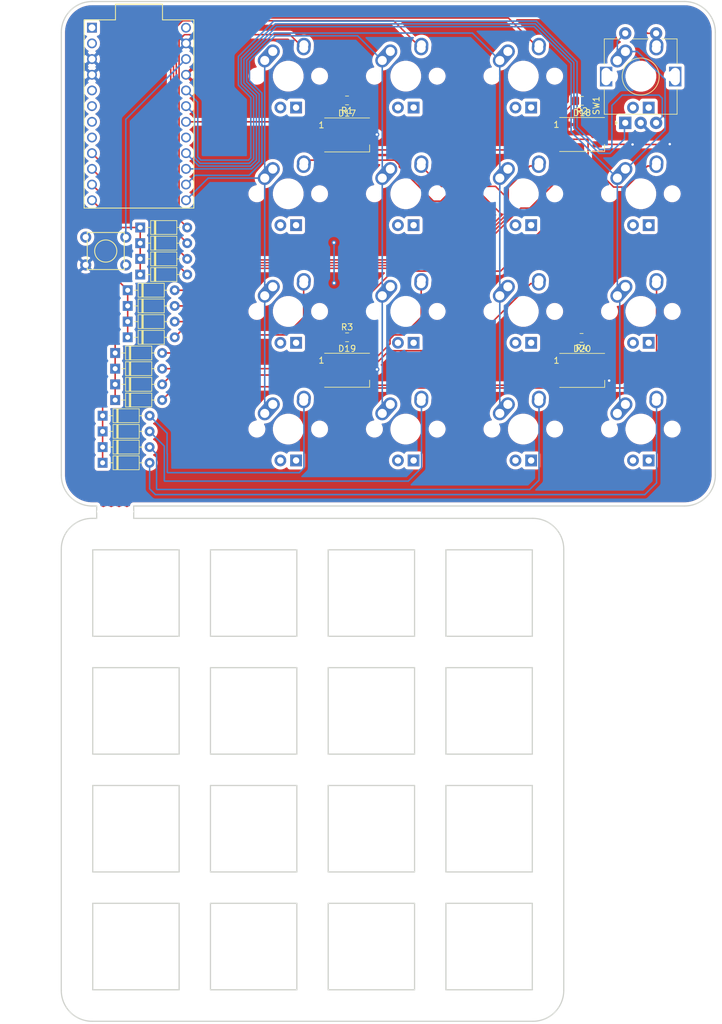
<source format=kicad_pcb>
(kicad_pcb (version 20171130) (host pcbnew "(5.1.5)-3")
  (layers (0 F.Cu signal hide) (31 B.Cu signal) (34 B.Paste user) (35 F.Paste user) (36 B.SilkS user) (37 F.SilkS user) (38 B.Mask user) (39 F.Mask user) (44 Edge.Cuts user))
  (net 0 "")
  (net 1 "Net-(D1-Pad2)")
  (net 2 "Net-(MX1-Pad4)")
  (net 3 "Net-(MX1-Pad3)")
  (net 4 "Net-(MX2-Pad4)")
  (net 5 "Net-(MX2-Pad3)")
  (net 6 "Net-(MX3-Pad4)")
  (net 7 "Net-(MX3-Pad3)")
  (net 8 "Net-(MX4-Pad4)")
  (net 9 "Net-(MX4-Pad3)")
  (net 10 "Net-(MX5-Pad4)")
  (net 11 "Net-(MX5-Pad3)")
  (net 12 "Net-(MX6-Pad4)")
  (net 13 "Net-(MX6-Pad3)")
  (net 14 "Net-(MX7-Pad4)")
  (net 15 "Net-(MX7-Pad3)")
  (net 16 "Net-(MX8-Pad4)")
  (net 17 "Net-(MX8-Pad3)")
  (net 18 "Net-(MX9-Pad4)")
  (net 19 "Net-(MX9-Pad3)")
  (net 20 "Net-(MX10-Pad4)")
  (net 21 "Net-(MX10-Pad3)")
  (net 22 "Net-(MX11-Pad4)")
  (net 23 "Net-(MX11-Pad3)")
  (net 24 "Net-(MX12-Pad4)")
  (net 25 "Net-(MX12-Pad3)")
  (net 26 "Net-(MX14-Pad4)")
  (net 27 "Net-(MX14-Pad3)")
  (net 28 "Net-(MX15-Pad4)")
  (net 29 "Net-(MX15-Pad3)")
  (net 30 "Net-(MX16-Pad4)")
  (net 31 "Net-(MX16-Pad3)")
  (net 32 "Net-(U1-Pad24)")
  (net 33 "Net-(U1-Pad17)")
  (net 34 "Net-(U1-Pad6)")
  (net 35 "Net-(U1-Pad5)")
  (net 36 "Net-(U1-Pad2)")
  (net 37 "Net-(U1-Pad1)")
  (net 38 ROW0)
  (net 39 "Net-(D2-Pad2)")
  (net 40 ROW1)
  (net 41 "Net-(D3-Pad2)")
  (net 42 ROW2)
  (net 43 "Net-(D4-Pad2)")
  (net 44 ROW3)
  (net 45 "Net-(D5-Pad2)")
  (net 46 "Net-(D6-Pad2)")
  (net 47 "Net-(D7-Pad2)")
  (net 48 "Net-(D8-Pad2)")
  (net 49 "Net-(D9-Pad2)")
  (net 50 "Net-(D10-Pad2)")
  (net 51 "Net-(D11-Pad2)")
  (net 52 "Net-(D12-Pad2)")
  (net 53 "Net-(D13-Pad2)")
  (net 54 "Net-(D14-Pad2)")
  (net 55 "Net-(D15-Pad2)")
  (net 56 "Net-(D16-Pad2)")
  (net 57 COL0)
  (net 58 COL1)
  (net 59 COL2)
  (net 60 COL3)
  (net 61 "Net-(U1-Pad8)")
  (net 62 "Net-(U1-Pad7)")
  (net 63 GND)
  (net 64 5V)
  (net 65 ROTB)
  (net 66 ROTA)
  (net 67 RST)
  (net 68 "Net-(D17-Pad2)")
  (net 69 "Net-(D17-Pad4)")
  (net 70 "Net-(D18-Pad2)")
  (net 71 "Net-(D18-Pad4)")
  (net 72 "Net-(D19-Pad2)")
  (net 73 "Net-(D19-Pad4)")
  (net 74 "Net-(D20-Pad2)")
  (net 75 "Net-(D20-Pad4)")
  (net 76 LEDS)
  (net 77 "Net-(MX13-Pad4)")
  (net 78 "Net-(MX13-Pad3)")
  (module MX_Alps_Hybrid:MX-1U (layer F.Cu) (at 113.39576 31.89478)
    (fp_text reference MX13)
    (fp_text value MX-1U)
    (pad "" np_thru_hole circle (at 5.08 0 48.0996) (size 1.75 1.75) (drill 1.75) (layers *.Cu *.Mask))
    (pad "" np_thru_hole circle (at -5.08 0 48.0996) (size 1.75 1.75) (drill 1.75) (layers *.Cu *.Mask))
    (pad 4 thru_hole rect (at 1.27 5.08) (size 1.905 1.905) (drill 1.04) (layers *.Cu B.Mask) (net 77 "Net-(MX13-Pad4)"))
    (pad 3 thru_hole circle (at -1.27 5.08) (size 1.905 1.905) (drill 1.04) (layers *.Cu B.Mask) (net 78 "Net-(MX13-Pad3)"))
    (pad 1 thru_hole circle (at -2.5 -4) (size 2.25 2.25) (drill 1.47) (layers *.Cu B.Mask) (net 60 COL3))
    (pad "" np_thru_hole circle (at 0 0) (size 3.9878 3.9878) (drill 3.9878) (layers *.Cu *.Mask))
    (pad 1 thru_hole oval (at -3.81 -2.54 48.0996) (size 4.211556 2.25) (drill 1.47 (offset 0.980778 0)) (layers *.Cu B.Mask) (net 60 COL3))
    (pad 2 thru_hole circle (at 2.54 -5.08) (size 2.25 2.25) (drill 1.47) (layers *.Cu B.Mask) (net 53 "Net-(D13-Pad2)"))
    (pad 2 thru_hole oval (at 2.5 -4.5 86.0548) (size 2.831378 2.25) (drill 1.47 (offset 0.290689 0)) (layers *.Cu B.Mask) (net 53 "Net-(D13-Pad2)"))
  )
  (module Resistor_SMD:R_0805_2012Metric_Pad1.15x1.40mm_HandSolder (layer F.Cu) (at 103.78948 74.26198 180)
    (fp_text reference R4 (at 0 -1.65) (layer F.SilkS))
    (fp_text value R_Small)
    (pad 2 smd roundrect (at 1.025 0 180) (size 1.15 1.4) (layers F.Cu F.Paste F.Mask) (roundrect_rratio 0.217391) (net 72 "Net-(D19-Pad2)"))
    (pad 1 smd roundrect (at -1.025 0 180) (size 1.15 1.4) (layers F.Cu F.Paste F.Mask) (roundrect_rratio 0.217391) (net 75 "Net-(D20-Pad4)"))
  )
  (module Resistor_SMD:R_0805_2012Metric_Pad1.15x1.40mm_HandSolder (layer F.Cu) (at 65.786 74.168)
    (fp_text reference R3 (at 0 -1.65) (layer F.SilkS))
    (fp_text value R_Small)
    (pad 2 smd roundrect (at 1.025 0) (size 1.15 1.4) (layers F.Cu F.Paste F.Mask) (roundrect_rratio 0.217391) (net 70 "Net-(D18-Pad2)"))
    (pad 1 smd roundrect (at -1.025 0) (size 1.15 1.4) (layers F.Cu F.Paste F.Mask) (roundrect_rratio 0.217391) (net 73 "Net-(D19-Pad4)"))
  )
  (module Resistor_SMD:R_0805_2012Metric_Pad1.15x1.40mm_HandSolder (layer F.Cu) (at 103.84 35.88 180)
    (fp_text reference R2 (at 0 -1.65) (layer F.SilkS))
    (fp_text value R_Small)
    (pad 2 smd roundrect (at 1.025 0 180) (size 1.15 1.4) (layers F.Cu F.Paste F.Mask) (roundrect_rratio 0.217391) (net 68 "Net-(D17-Pad2)"))
    (pad 1 smd roundrect (at -1.025 0 180) (size 1.15 1.4) (layers F.Cu F.Paste F.Mask) (roundrect_rratio 0.217391) (net 71 "Net-(D18-Pad4)"))
  )
  (module Resistor_SMD:R_0805_2012Metric_Pad1.15x1.40mm_HandSolder (layer F.Cu) (at 65.777 35.814 180)
    (fp_text reference R1 (at 0 -1.65) (layer F.SilkS))
    (fp_text value R_Small)
    (pad 2 smd roundrect (at 1.025 0 180) (size 1.15 1.4) (layers F.Cu F.Paste F.Mask) (roundrect_rratio 0.217391) (net 76 LEDS))
    (pad 1 smd roundrect (at -1.025 0 180) (size 1.15 1.4) (layers F.Cu F.Paste F.Mask) (roundrect_rratio 0.217391) (net 69 "Net-(D17-Pad4)"))
  )
  (module LED_SMD:LED_WS2812B_PLCC4_5.0x5.0mm_P3.2mm (layer F.Cu) (at 103.886 79.528)
    (fp_text reference D20 (at 0 -3.5) (layer F.SilkS))
    (fp_text value WS2812B)
    (fp_text user 1 (at -4.15 -1.6) (layer F.SilkS))
    (pad 1 smd rect (at -2.45 -1.6) (size 1.5 1) (layers F.Cu F.Paste F.Mask) (net 64 5V))
    (pad 2 smd rect (at -2.45 1.6) (size 1.5 1) (layers F.Cu F.Paste F.Mask) (net 74 "Net-(D20-Pad2)"))
    (pad 4 smd rect (at 2.45 -1.6) (size 1.5 1) (layers F.Cu F.Paste F.Mask) (net 75 "Net-(D20-Pad4)"))
    (pad 3 smd rect (at 2.45 1.6) (size 1.5 1) (layers F.Cu F.Paste F.Mask) (net 63 GND))
  )
  (module LED_SMD:LED_WS2812B_PLCC4_5.0x5.0mm_P3.2mm (layer F.Cu) (at 65.786 79.502)
    (fp_text reference D19 (at 0 -3.5) (layer F.SilkS))
    (fp_text value WS2812B)
    (fp_text user 1 (at -4.15 -1.6) (layer F.SilkS))
    (pad 1 smd rect (at -2.45 -1.6) (size 1.5 1) (layers F.Cu F.Paste F.Mask) (net 64 5V))
    (pad 2 smd rect (at -2.45 1.6) (size 1.5 1) (layers F.Cu F.Paste F.Mask) (net 72 "Net-(D19-Pad2)"))
    (pad 4 smd rect (at 2.45 -1.6) (size 1.5 1) (layers F.Cu F.Paste F.Mask) (net 73 "Net-(D19-Pad4)"))
    (pad 3 smd rect (at 2.45 1.6) (size 1.5 1) (layers F.Cu F.Paste F.Mask) (net 63 GND))
  )
  (module LED_SMD:LED_WS2812B_PLCC4_5.0x5.0mm_P3.2mm (layer F.Cu) (at 103.87 41.33)
    (fp_text reference D18 (at 0 -3.5) (layer F.SilkS))
    (fp_text value WS2812B)
    (fp_text user 1 (at -4.15 -1.6) (layer F.SilkS))
    (pad 1 smd rect (at -2.45 -1.6) (size 1.5 1) (layers F.Cu F.Paste F.Mask) (net 64 5V))
    (pad 2 smd rect (at -2.45 1.6) (size 1.5 1) (layers F.Cu F.Paste F.Mask) (net 70 "Net-(D18-Pad2)"))
    (pad 4 smd rect (at 2.45 -1.6) (size 1.5 1) (layers F.Cu F.Paste F.Mask) (net 71 "Net-(D18-Pad4)"))
    (pad 3 smd rect (at 2.45 1.6) (size 1.5 1) (layers F.Cu F.Paste F.Mask) (net 63 GND))
  )
  (module LED_SMD:LED_WS2812B_PLCC4_5.0x5.0mm_P3.2mm (layer F.Cu) (at 65.786 41.402)
    (fp_text reference D17 (at 0 -3.5) (layer F.SilkS))
    (fp_text value WS2812B)
    (fp_text user 1 (at -4.15 -1.6) (layer F.SilkS))
    (pad 1 smd rect (at -2.45 -1.6) (size 1.5 1) (layers F.Cu F.Paste F.Mask) (net 64 5V))
    (pad 2 smd rect (at -2.45 1.6) (size 1.5 1) (layers F.Cu F.Paste F.Mask) (net 68 "Net-(D17-Pad2)"))
    (pad 4 smd rect (at 2.45 -1.6) (size 1.5 1) (layers F.Cu F.Paste F.Mask) (net 69 "Net-(D17-Pad4)"))
    (pad 3 smd rect (at 2.45 1.6) (size 1.5 1) (layers F.Cu F.Paste F.Mask) (net 63 GND))
  )
  (module random-keyboard-parts:PushButton_6x6mm_TH_Pretty (layer F.Cu) (at 26.67 60.198)
    (fp_text reference SW2)
    (fp_text value SW_Push)
    (pad 4 thru_hole circle (at -3.25 -2.25) (size 1.8 1.8) (drill 1) (layers *.Cu B.Mask))
    (pad 3 thru_hole circle (at 3.25 2.25) (size 1.8 1.8) (drill 1) (layers *.Cu B.Mask))
    (pad 2 thru_hole circle (at -3.25 2.25) (size 1.8 1.8) (drill 1) (layers *.Cu B.Mask) (net 63 GND))
    (pad 1 thru_hole circle (at 3.25 -2.25) (size 1.8 1.8) (drill 1) (layers *.Cu B.Mask) (net 67 RST))
  )
  (module FlatPad:Outline (layer F.Cu) (at 80.09 63.786)
    (fp_text reference REF** hide)
    (fp_text value Outline)
    (fp_curve (pts (xy -55.626 39.7002) (xy -58.396 39.7002) (xy -60.626212 41.930412) (xy -60.626212 44.700412)) (layer Edge.Cuts) (width 0.2))
    (fp_line (start -41.52738 58.797003) (end -55.52738 58.797003) (layer Edge.Cuts) (width 0.2))
    (fp_line (start -55.52738 58.797003) (end -55.52738 44.797003) (layer Edge.Cuts) (width 0.2))
    (fp_line (start -36.44737 44.797003) (end -22.44737 44.797003) (layer Edge.Cuts) (width 0.2))
    (fp_line (start -22.44737 44.797003) (end -22.44737 58.797003) (layer Edge.Cuts) (width 0.2))
    (fp_line (start -55.52738 96.957018) (end -55.52738 82.957018) (layer Edge.Cuts) (width 0.2))
    (fp_line (start -36.44737 82.957018) (end -22.44737 82.957018) (layer Edge.Cuts) (width 0.2))
    (fp_line (start -22.44737 82.957018) (end -22.44737 96.957018) (layer Edge.Cuts) (width 0.2))
    (fp_line (start -22.44737 96.957018) (end -36.44737 96.957018) (layer Edge.Cuts) (width 0.2))
    (fp_line (start -54.885993 39.7002) (end -55.626 39.7002) (layer Edge.Cuts) (width 0.2))
    (fp_line (start -55.52738 77.876998) (end -55.52738 63.876998) (layer Edge.Cuts) (width 0.2))
    (fp_line (start -36.44737 63.876998) (end -22.44737 63.876998) (layer Edge.Cuts) (width 0.2))
    (fp_line (start -22.44737 63.876998) (end -22.44737 77.876998) (layer Edge.Cuts) (width 0.2))
    (fp_line (start -22.44737 77.876998) (end -36.44737 77.876998) (layer Edge.Cuts) (width 0.2))
    (fp_curve (pts (xy 15.811499 121.137607) (xy 18.581499 121.137607) (xy 20.811711 118.907911) (xy 20.811711 116.137911)) (layer Edge.Cuts) (width 0.2))
    (fp_line (start -55.619799 37.700323) (end -54.885993 37.700323) (layer Edge.Cuts) (width 0.2))
    (fp_line (start 1.712622 116.037028) (end 1.712622 102.037028) (layer Edge.Cuts) (width 0.2))
    (fp_line (start -22.44737 58.797003) (end -36.44737 58.797003) (layer Edge.Cuts) (width 0.2))
    (fp_line (start -36.44737 58.797003) (end -36.44737 44.797003) (layer Edge.Cuts) (width 0.2))
    (fp_line (start 15.712622 44.797003) (end 15.712622 58.797003) (layer Edge.Cuts) (width 0.2))
    (fp_line (start 15.712622 58.797003) (end 1.712622 58.797003) (layer Edge.Cuts) (width 0.2))
    (fp_line (start 1.712622 58.797003) (end 1.712622 44.797003) (layer Edge.Cuts) (width 0.2))
    (fp_line (start -17.367369 77.876998) (end -17.367369 63.876998) (layer Edge.Cuts) (width 0.2))
    (fp_line (start 1.712622 63.876998) (end 15.712622 63.876998) (layer Edge.Cuts) (width 0.2))
    (fp_line (start 15.712622 63.876998) (end 15.712622 77.876998) (layer Edge.Cuts) (width 0.2))
    (fp_line (start 15.712622 77.876998) (end 1.712622 77.876998) (layer Edge.Cuts) (width 0.2))
    (fp_line (start -55.52738 116.037028) (end -55.52738 102.037028) (layer Edge.Cuts) (width 0.2))
    (fp_line (start -36.44737 102.037028) (end -22.44737 102.037028) (layer Edge.Cuts) (width 0.2))
    (fp_line (start -22.44737 102.037028) (end -22.44737 116.037028) (layer Edge.Cuts) (width 0.2))
    (fp_line (start -22.44737 116.037028) (end -36.44737 116.037028) (layer Edge.Cuts) (width 0.2))
    (fp_line (start -17.367369 116.037028) (end -17.367369 102.037028) (layer Edge.Cuts) (width 0.2))
    (fp_line (start 1.712622 102.037028) (end 15.712622 102.037028) (layer Edge.Cuts) (width 0.2))
    (fp_line (start 15.712622 102.037028) (end 15.712622 116.037028) (layer Edge.Cuts) (width 0.2))
    (fp_line (start 15.712622 116.037028) (end 1.712622 116.037028) (layer Edge.Cuts) (width 0.2))
    (fp_curve (pts (xy 20.811711 44.700412) (xy 20.811711 41.930412) (xy 18.581499 39.7002) (xy 15.811499 39.7002)) (layer Edge.Cuts) (width 0.2))
    (fp_curve (pts (xy -60.62001 32.700629) (xy -60.62001 35.470621) (xy -58.389799 37.700323) (xy -55.619799 37.700323)) (layer Edge.Cuts) (width 0.2))
    (fp_curve (pts (xy -55.619799 -43.98978) (xy -58.389799 -43.98978) (xy -60.62001 -41.759563) (xy -60.62001 -38.989569)) (layer Edge.Cuts) (width 0.2))
    (fp_line (start 15.811499 39.7002) (end -48.885843 39.7002) (layer Edge.Cuts) (width 0.2))
    (fp_line (start 40.380025 -43.98978) (end -55.619799 -43.98978) (layer Edge.Cuts) (width 0.2))
    (fp_line (start -60.62001 -38.989569) (end -60.62001 32.700629) (layer Edge.Cuts) (width 0.2))
    (fp_line (start -60.626212 44.700412) (end -60.626212 116.137911) (layer Edge.Cuts) (width 0.2))
    (fp_line (start -55.52738 44.797003) (end -41.52738 44.797003) (layer Edge.Cuts) (width 0.2))
    (fp_line (start -41.52738 44.797003) (end -41.52738 58.797003) (layer Edge.Cuts) (width 0.2))
    (fp_curve (pts (xy 40.380025 37.700323) (xy 43.150024 37.700323) (xy 45.380237 35.470621) (xy 45.380237 32.700629)) (layer Edge.Cuts) (width 0.2))
    (fp_line (start -36.44737 116.037028) (end -36.44737 102.037028) (layer Edge.Cuts) (width 0.2))
    (fp_line (start -17.367369 102.037028) (end -3.367369 102.037028) (layer Edge.Cuts) (width 0.2))
    (fp_line (start -3.367369 102.037028) (end -3.367369 116.037028) (layer Edge.Cuts) (width 0.2))
    (fp_line (start -3.367369 116.037028) (end -17.367369 116.037028) (layer Edge.Cuts) (width 0.2))
    (fp_line (start -48.885843 39.7002) (end -48.885843 37.700323) (layer Edge.Cuts) (width 0.2))
    (fp_line (start -36.44737 96.957018) (end -36.44737 82.957018) (layer Edge.Cuts) (width 0.2))
    (fp_line (start -17.367369 82.957018) (end -3.367369 82.957018) (layer Edge.Cuts) (width 0.2))
    (fp_line (start -3.367369 82.957018) (end -3.367369 96.957018) (layer Edge.Cuts) (width 0.2))
    (fp_line (start -3.367369 96.957018) (end -17.367369 96.957018) (layer Edge.Cuts) (width 0.2))
    (fp_line (start 1.712622 96.957018) (end 1.712622 82.957018) (layer Edge.Cuts) (width 0.2))
    (fp_line (start -55.52738 102.037028) (end -41.52738 102.037028) (layer Edge.Cuts) (width 0.2))
    (fp_line (start -41.52738 102.037028) (end -41.52738 116.037028) (layer Edge.Cuts) (width 0.2))
    (fp_line (start -41.52738 116.037028) (end -55.52738 116.037028) (layer Edge.Cuts) (width 0.2))
    (fp_line (start 20.811711 116.137911) (end 20.811711 44.700412) (layer Edge.Cuts) (width 0.2))
    (fp_line (start -55.626 121.137607) (end 15.811499 121.137607) (layer Edge.Cuts) (width 0.2))
    (fp_line (start -3.367369 58.797003) (end -17.367369 58.797003) (layer Edge.Cuts) (width 0.2))
    (fp_line (start -17.367369 58.797003) (end -17.367369 44.797003) (layer Edge.Cuts) (width 0.2))
    (fp_line (start 1.712622 44.797003) (end 15.712622 44.797003) (layer Edge.Cuts) (width 0.2))
    (fp_line (start -17.367369 96.957018) (end -17.367369 82.957018) (layer Edge.Cuts) (width 0.2))
    (fp_line (start 1.712622 82.957018) (end 15.712622 82.957018) (layer Edge.Cuts) (width 0.2))
    (fp_line (start 15.712622 82.957018) (end 15.712622 96.957018) (layer Edge.Cuts) (width 0.2))
    (fp_line (start 15.712622 96.957018) (end 1.712622 96.957018) (layer Edge.Cuts) (width 0.2))
    (fp_line (start 45.380237 32.700629) (end 45.380237 -38.989569) (layer Edge.Cuts) (width 0.2))
    (fp_line (start -55.52738 63.876998) (end -41.52738 63.876998) (layer Edge.Cuts) (width 0.2))
    (fp_line (start -41.52738 63.876998) (end -41.52738 77.876998) (layer Edge.Cuts) (width 0.2))
    (fp_line (start -41.52738 77.876998) (end -55.52738 77.876998) (layer Edge.Cuts) (width 0.2))
    (fp_curve (pts (xy -60.626212 116.137911) (xy -60.626212 118.907911) (xy -58.396 121.137607) (xy -55.626 121.137607)) (layer Edge.Cuts) (width 0.2))
    (fp_line (start -17.367369 44.797003) (end -3.367369 44.797003) (layer Edge.Cuts) (width 0.2))
    (fp_line (start -3.367369 44.797003) (end -3.367369 58.797003) (layer Edge.Cuts) (width 0.2))
    (fp_line (start 1.712622 77.876998) (end 1.712622 63.876998) (layer Edge.Cuts) (width 0.2))
    (fp_line (start -55.52738 82.957018) (end -41.52738 82.957018) (layer Edge.Cuts) (width 0.2))
    (fp_line (start -41.52738 82.957018) (end -41.52738 96.957018) (layer Edge.Cuts) (width 0.2))
    (fp_line (start -41.52738 96.957018) (end -55.52738 96.957018) (layer Edge.Cuts) (width 0.2))
    (fp_line (start -48.885843 37.700323) (end 40.380025 37.700323) (layer Edge.Cuts) (width 0.2))
    (fp_line (start -55.619799 -43.98978) (end -55.619799 -43.98978) (layer Edge.Cuts) (width 0.2))
    (fp_line (start -54.885993 37.700323) (end -54.885993 39.7002) (layer Edge.Cuts) (width 0.2))
    (fp_curve (pts (xy 45.380237 -38.989569) (xy 45.380237 -41.759563) (xy 43.150024 -43.98978) (xy 40.380025 -43.98978)) (layer Edge.Cuts) (width 0.2))
    (fp_line (start -36.44737 77.876998) (end -36.44737 63.876998) (layer Edge.Cuts) (width 0.2))
    (fp_line (start -17.367369 63.876998) (end -3.367369 63.876998) (layer Edge.Cuts) (width 0.2))
    (fp_line (start -3.367369 63.876998) (end -3.367369 77.876998) (layer Edge.Cuts) (width 0.2))
    (fp_line (start -3.367369 77.876998) (end -17.367369 77.876998) (layer Edge.Cuts) (width 0.2))
  )
  (module MX_Alps_Hybrid:MX-1U (layer F.Cu) (at 56.246 89.03)
    (fp_text reference MX4)
    (fp_text value MX-1U)
    (pad "" np_thru_hole circle (at 5.08 0 48.0996) (size 1.75 1.75) (drill 1.75) (layers *.Cu *.Mask))
    (pad "" np_thru_hole circle (at -5.08 0 48.0996) (size 1.75 1.75) (drill 1.75) (layers *.Cu *.Mask))
    (pad 4 thru_hole rect (at 1.27 5.08) (size 1.905 1.905) (drill 1.04) (layers *.Cu B.Mask) (net 8 "Net-(MX4-Pad4)"))
    (pad 3 thru_hole circle (at -1.27 5.08) (size 1.905 1.905) (drill 1.04) (layers *.Cu B.Mask) (net 9 "Net-(MX4-Pad3)"))
    (pad 1 thru_hole circle (at -2.5 -4) (size 2.25 2.25) (drill 1.47) (layers *.Cu B.Mask) (net 57 COL0))
    (pad "" np_thru_hole circle (at 0 0) (size 3.9878 3.9878) (drill 3.9878) (layers *.Cu *.Mask))
    (pad 1 thru_hole oval (at -3.81 -2.54 48.0996) (size 4.211556 2.25) (drill 1.47 (offset 0.980778 0)) (layers *.Cu B.Mask) (net 57 COL0))
    (pad 2 thru_hole circle (at 2.54 -5.08) (size 2.25 2.25) (drill 1.47) (layers *.Cu B.Mask) (net 43 "Net-(D4-Pad2)"))
    (pad 2 thru_hole oval (at 2.5 -4.5 86.0548) (size 2.831378 2.25) (drill 1.47 (offset 0.290689 0)) (layers *.Cu B.Mask) (net 43 "Net-(D4-Pad2)"))
  )
  (module Rotary_Encoder:RotaryEncoder_Alps_EC11E-Switch_Vertical_H20mm (layer F.Cu) (at 110.871 39.4462 90)
    (fp_text reference SW1 (at 2.8 -4.7 90) (layer F.SilkS))
    (fp_text value Rotary_Encoder_Switch)
    (pad S1 thru_hole circle (at 14.5 5 90) (size 2 2) (drill 1) (layers *.Cu *.Mask) (net 53 "Net-(D13-Pad2)"))
    (pad S2 thru_hole circle (at 14.5 0 90) (size 2 2) (drill 1) (layers *.Cu *.Mask) (net 60 COL3))
    (pad MP thru_hole rect (at 7.5 8.1 90) (size 3.2 2) (drill oval 2.8 1.5) (layers *.Cu *.Mask))
    (pad MP thru_hole rect (at 7.5 -3.1 90) (size 3.2 2) (drill oval 2.8 1.5) (layers *.Cu *.Mask))
    (pad B thru_hole circle (at 0 5 90) (size 2 2) (drill 1) (layers *.Cu *.Mask) (net 65 ROTB))
    (pad C thru_hole circle (at 0 2.5 90) (size 2 2) (drill 1) (layers *.Cu *.Mask) (net 63 GND))
    (pad A thru_hole rect (at 0 0 90) (size 2 2) (drill 1) (layers *.Cu *.Mask) (net 66 ROTA))
  )
  (module random-keyboard-parts:breakaway-mousebites (layer F.Cu) (at 28.19526 102.64038)
    (fp_text reference J1)
    (fp_text value Conn_01x01)
    (pad "" np_thru_hole circle (at -2.54 -0.254) (size 0.7874 0.7874) (drill 0.7874) (layers *.Cu *.Mask))
    (pad "" np_thru_hole circle (at -1.27 -0.254) (size 0.7874 0.7874) (drill 0.7874) (layers *.Cu *.Mask))
    (pad "" np_thru_hole circle (at 2.54 -0.254) (size 0.7874 0.7874) (drill 0.7874) (layers *.Cu *.Mask))
    (pad "" np_thru_hole circle (at 1.27 -0.254) (size 0.7874 0.7874) (drill 0.7874) (layers *.Cu *.Mask))
    (pad "" np_thru_hole circle (at 0 -0.254) (size 0.7874 0.7874) (drill 0.7874) (layers *.Cu *.Mask))
  )
  (module MX_Alps_Hybrid:MX-1U (layer F.Cu) (at 113.396 89.03)
    (fp_text reference MX16)
    (fp_text value MX-1U)
    (pad "" np_thru_hole circle (at 5.08 0 48.0996) (size 1.75 1.75) (drill 1.75) (layers *.Cu *.Mask))
    (pad "" np_thru_hole circle (at -5.08 0 48.0996) (size 1.75 1.75) (drill 1.75) (layers *.Cu *.Mask))
    (pad 4 thru_hole rect (at 1.27 5.08) (size 1.905 1.905) (drill 1.04) (layers *.Cu B.Mask) (net 30 "Net-(MX16-Pad4)"))
    (pad 3 thru_hole circle (at -1.27 5.08) (size 1.905 1.905) (drill 1.04) (layers *.Cu B.Mask) (net 31 "Net-(MX16-Pad3)"))
    (pad 1 thru_hole circle (at -2.5 -4) (size 2.25 2.25) (drill 1.47) (layers *.Cu B.Mask) (net 60 COL3))
    (pad "" np_thru_hole circle (at 0 0) (size 3.9878 3.9878) (drill 3.9878) (layers *.Cu *.Mask))
    (pad 1 thru_hole oval (at -3.81 -2.54 48.0996) (size 4.211556 2.25) (drill 1.47 (offset 0.980778 0)) (layers *.Cu B.Mask) (net 60 COL3))
    (pad 2 thru_hole circle (at 2.54 -5.08) (size 2.25 2.25) (drill 1.47) (layers *.Cu B.Mask) (net 56 "Net-(D16-Pad2)"))
    (pad 2 thru_hole oval (at 2.5 -4.5 86.0548) (size 2.831378 2.25) (drill 1.47 (offset 0.290689 0)) (layers *.Cu B.Mask) (net 56 "Net-(D16-Pad2)"))
  )
  (module ProMicroKiCad:ProMicro-EnforcedTop (layer F.Cu) (at 32.0586 38.005 270)
    (fp_text reference U1 hide)
    (fp_text value ProMicro)
    (pad 24 thru_hole circle (at -13.97 -7.62 270) (size 1.6 1.6) (drill 1.1) (layers *.Cu B.Mask) (net 32 "Net-(U1-Pad24)"))
    (pad 23 thru_hole circle (at -11.43 -7.62 270) (size 1.6 1.6) (drill 1.1) (layers *.Cu B.Mask) (net 63 GND))
    (pad 22 thru_hole circle (at -8.89 -7.62 270) (size 1.6 1.6) (drill 1.1) (layers *.Cu B.Mask) (net 67 RST))
    (pad 21 thru_hole circle (at -6.35 -7.62 270) (size 1.6 1.6) (drill 1.1) (layers *.Cu B.Mask) (net 64 5V))
    (pad 20 thru_hole circle (at -3.81 -7.62 270) (size 1.6 1.6) (drill 1.1) (layers *.Cu B.Mask) (net 65 ROTB))
    (pad 19 thru_hole circle (at -1.27 -7.62 270) (size 1.6 1.6) (drill 1.1) (layers *.Cu B.Mask) (net 66 ROTA))
    (pad 18 thru_hole circle (at 1.27 -7.62 270) (size 1.6 1.6) (drill 1.1) (layers *.Cu B.Mask) (net 76 LEDS))
    (pad 17 thru_hole circle (at 3.81 -7.62 270) (size 1.6 1.6) (drill 1.1) (layers *.Cu B.Mask) (net 33 "Net-(U1-Pad17)"))
    (pad 16 thru_hole circle (at 6.35 -7.62 270) (size 1.6 1.6) (drill 1.1) (layers *.Cu B.Mask) (net 60 COL3))
    (pad 15 thru_hole circle (at 8.89 -7.62 270) (size 1.6 1.6) (drill 1.1) (layers *.Cu B.Mask) (net 59 COL2))
    (pad 14 thru_hole circle (at 11.43 -7.62 270) (size 1.6 1.6) (drill 1.1) (layers *.Cu B.Mask) (net 58 COL1))
    (pad 13 thru_hole circle (at 13.97 -7.62 270) (size 1.6 1.6) (drill 1.1) (layers *.Cu B.Mask) (net 57 COL0))
    (pad 12 thru_hole circle (at 13.97 7.62 270) (size 1.6 1.6) (drill 1.1) (layers *.Cu B.Mask) (net 44 ROW3))
    (pad 11 thru_hole circle (at 11.43 7.62 270) (size 1.6 1.6) (drill 1.1) (layers *.Cu B.Mask) (net 42 ROW2))
    (pad 10 thru_hole circle (at 8.89 7.62 270) (size 1.6 1.6) (drill 1.1) (layers *.Cu B.Mask) (net 40 ROW1))
    (pad 9 thru_hole circle (at 6.35 7.62 270) (size 1.6 1.6) (drill 1.1) (layers *.Cu B.Mask) (net 38 ROW0))
    (pad 8 thru_hole circle (at 3.81 7.62 270) (size 1.6 1.6) (drill 1.1) (layers *.Cu B.Mask) (net 61 "Net-(U1-Pad8)"))
    (pad 7 thru_hole circle (at 1.27 7.62 270) (size 1.6 1.6) (drill 1.1) (layers *.Cu B.Mask) (net 62 "Net-(U1-Pad7)"))
    (pad 6 thru_hole circle (at -1.27 7.62 270) (size 1.6 1.6) (drill 1.1) (layers *.Cu B.Mask) (net 34 "Net-(U1-Pad6)"))
    (pad 5 thru_hole circle (at -3.81 7.62 270) (size 1.6 1.6) (drill 1.1) (layers *.Cu B.Mask) (net 35 "Net-(U1-Pad5)"))
    (pad 4 thru_hole circle (at -6.35 7.62 270) (size 1.6 1.6) (drill 1.1) (layers *.Cu B.Mask) (net 63 GND))
    (pad 3 thru_hole circle (at -8.89 7.62 270) (size 1.6 1.6) (drill 1.1) (layers *.Cu B.Mask) (net 63 GND))
    (pad 2 thru_hole circle (at -11.43 7.62 270) (size 1.6 1.6) (drill 1.1) (layers *.Cu B.Mask) (net 36 "Net-(U1-Pad2)"))
    (pad 1 thru_hole rect (at -13.97 7.62 270) (size 1.6 1.6) (drill 1.1) (layers *.Cu B.Mask) (net 37 "Net-(U1-Pad1)"))
  )
  (module MX_Alps_Hybrid:MX-1U (layer F.Cu) (at 113.396 69.98)
    (fp_text reference MX15)
    (fp_text value MX-1U)
    (pad "" np_thru_hole circle (at 5.08 0 48.0996) (size 1.75 1.75) (drill 1.75) (layers *.Cu *.Mask))
    (pad "" np_thru_hole circle (at -5.08 0 48.0996) (size 1.75 1.75) (drill 1.75) (layers *.Cu *.Mask))
    (pad 4 thru_hole rect (at 1.27 5.08) (size 1.905 1.905) (drill 1.04) (layers *.Cu B.Mask) (net 28 "Net-(MX15-Pad4)"))
    (pad 3 thru_hole circle (at -1.27 5.08) (size 1.905 1.905) (drill 1.04) (layers *.Cu B.Mask) (net 29 "Net-(MX15-Pad3)"))
    (pad 1 thru_hole circle (at -2.5 -4) (size 2.25 2.25) (drill 1.47) (layers *.Cu B.Mask) (net 60 COL3))
    (pad "" np_thru_hole circle (at 0 0) (size 3.9878 3.9878) (drill 3.9878) (layers *.Cu *.Mask))
    (pad 1 thru_hole oval (at -3.81 -2.54 48.0996) (size 4.211556 2.25) (drill 1.47 (offset 0.980778 0)) (layers *.Cu B.Mask) (net 60 COL3))
    (pad 2 thru_hole circle (at 2.54 -5.08) (size 2.25 2.25) (drill 1.47) (layers *.Cu B.Mask) (net 55 "Net-(D15-Pad2)"))
    (pad 2 thru_hole oval (at 2.5 -4.5 86.0548) (size 2.831378 2.25) (drill 1.47 (offset 0.290689 0)) (layers *.Cu B.Mask) (net 55 "Net-(D15-Pad2)"))
  )
  (module MX_Alps_Hybrid:MX-1U (layer F.Cu) (at 113.396 50.93)
    (fp_text reference MX14)
    (fp_text value MX-1U)
    (pad "" np_thru_hole circle (at 5.08 0 48.0996) (size 1.75 1.75) (drill 1.75) (layers *.Cu *.Mask))
    (pad "" np_thru_hole circle (at -5.08 0 48.0996) (size 1.75 1.75) (drill 1.75) (layers *.Cu *.Mask))
    (pad 4 thru_hole rect (at 1.27 5.08) (size 1.905 1.905) (drill 1.04) (layers *.Cu B.Mask) (net 26 "Net-(MX14-Pad4)"))
    (pad 3 thru_hole circle (at -1.27 5.08) (size 1.905 1.905) (drill 1.04) (layers *.Cu B.Mask) (net 27 "Net-(MX14-Pad3)"))
    (pad 1 thru_hole circle (at -2.5 -4) (size 2.25 2.25) (drill 1.47) (layers *.Cu B.Mask) (net 60 COL3))
    (pad "" np_thru_hole circle (at 0 0) (size 3.9878 3.9878) (drill 3.9878) (layers *.Cu *.Mask))
    (pad 1 thru_hole oval (at -3.81 -2.54 48.0996) (size 4.211556 2.25) (drill 1.47 (offset 0.980778 0)) (layers *.Cu B.Mask) (net 60 COL3))
    (pad 2 thru_hole circle (at 2.54 -5.08) (size 2.25 2.25) (drill 1.47) (layers *.Cu B.Mask) (net 54 "Net-(D14-Pad2)"))
    (pad 2 thru_hole oval (at 2.5 -4.5 86.0548) (size 2.831378 2.25) (drill 1.47 (offset 0.290689 0)) (layers *.Cu B.Mask) (net 54 "Net-(D14-Pad2)"))
  )
  (module MX_Alps_Hybrid:MX-1U (layer F.Cu) (at 94.346 89.03)
    (fp_text reference MX12)
    (fp_text value MX-1U)
    (pad "" np_thru_hole circle (at 5.08 0 48.0996) (size 1.75 1.75) (drill 1.75) (layers *.Cu *.Mask))
    (pad "" np_thru_hole circle (at -5.08 0 48.0996) (size 1.75 1.75) (drill 1.75) (layers *.Cu *.Mask))
    (pad 4 thru_hole rect (at 1.27 5.08) (size 1.905 1.905) (drill 1.04) (layers *.Cu B.Mask) (net 24 "Net-(MX12-Pad4)"))
    (pad 3 thru_hole circle (at -1.27 5.08) (size 1.905 1.905) (drill 1.04) (layers *.Cu B.Mask) (net 25 "Net-(MX12-Pad3)"))
    (pad 1 thru_hole circle (at -2.5 -4) (size 2.25 2.25) (drill 1.47) (layers *.Cu B.Mask) (net 59 COL2))
    (pad "" np_thru_hole circle (at 0 0) (size 3.9878 3.9878) (drill 3.9878) (layers *.Cu *.Mask))
    (pad 1 thru_hole oval (at -3.81 -2.54 48.0996) (size 4.211556 2.25) (drill 1.47 (offset 0.980778 0)) (layers *.Cu B.Mask) (net 59 COL2))
    (pad 2 thru_hole circle (at 2.54 -5.08) (size 2.25 2.25) (drill 1.47) (layers *.Cu B.Mask) (net 52 "Net-(D12-Pad2)"))
    (pad 2 thru_hole oval (at 2.5 -4.5 86.0548) (size 2.831378 2.25) (drill 1.47 (offset 0.290689 0)) (layers *.Cu B.Mask) (net 52 "Net-(D12-Pad2)"))
  )
  (module MX_Alps_Hybrid:MX-1U (layer F.Cu) (at 94.346 69.98)
    (fp_text reference MX11)
    (fp_text value MX-1U)
    (pad "" np_thru_hole circle (at 5.08 0 48.0996) (size 1.75 1.75) (drill 1.75) (layers *.Cu *.Mask))
    (pad "" np_thru_hole circle (at -5.08 0 48.0996) (size 1.75 1.75) (drill 1.75) (layers *.Cu *.Mask))
    (pad 4 thru_hole rect (at 1.27 5.08) (size 1.905 1.905) (drill 1.04) (layers *.Cu B.Mask) (net 22 "Net-(MX11-Pad4)"))
    (pad 3 thru_hole circle (at -1.27 5.08) (size 1.905 1.905) (drill 1.04) (layers *.Cu B.Mask) (net 23 "Net-(MX11-Pad3)"))
    (pad 1 thru_hole circle (at -2.5 -4) (size 2.25 2.25) (drill 1.47) (layers *.Cu B.Mask) (net 59 COL2))
    (pad "" np_thru_hole circle (at 0 0) (size 3.9878 3.9878) (drill 3.9878) (layers *.Cu *.Mask))
    (pad 1 thru_hole oval (at -3.81 -2.54 48.0996) (size 4.211556 2.25) (drill 1.47 (offset 0.980778 0)) (layers *.Cu B.Mask) (net 59 COL2))
    (pad 2 thru_hole circle (at 2.54 -5.08) (size 2.25 2.25) (drill 1.47) (layers *.Cu B.Mask) (net 51 "Net-(D11-Pad2)"))
    (pad 2 thru_hole oval (at 2.5 -4.5 86.0548) (size 2.831378 2.25) (drill 1.47 (offset 0.290689 0)) (layers *.Cu B.Mask) (net 51 "Net-(D11-Pad2)"))
  )
  (module MX_Alps_Hybrid:MX-1U (layer F.Cu) (at 94.346 50.93)
    (fp_text reference MX10)
    (fp_text value MX-1U)
    (pad "" np_thru_hole circle (at 5.08 0 48.0996) (size 1.75 1.75) (drill 1.75) (layers *.Cu *.Mask))
    (pad "" np_thru_hole circle (at -5.08 0 48.0996) (size 1.75 1.75) (drill 1.75) (layers *.Cu *.Mask))
    (pad 4 thru_hole rect (at 1.27 5.08) (size 1.905 1.905) (drill 1.04) (layers *.Cu B.Mask) (net 20 "Net-(MX10-Pad4)"))
    (pad 3 thru_hole circle (at -1.27 5.08) (size 1.905 1.905) (drill 1.04) (layers *.Cu B.Mask) (net 21 "Net-(MX10-Pad3)"))
    (pad 1 thru_hole circle (at -2.5 -4) (size 2.25 2.25) (drill 1.47) (layers *.Cu B.Mask) (net 59 COL2))
    (pad "" np_thru_hole circle (at 0 0) (size 3.9878 3.9878) (drill 3.9878) (layers *.Cu *.Mask))
    (pad 1 thru_hole oval (at -3.81 -2.54 48.0996) (size 4.211556 2.25) (drill 1.47 (offset 0.980778 0)) (layers *.Cu B.Mask) (net 59 COL2))
    (pad 2 thru_hole circle (at 2.54 -5.08) (size 2.25 2.25) (drill 1.47) (layers *.Cu B.Mask) (net 50 "Net-(D10-Pad2)"))
    (pad 2 thru_hole oval (at 2.5 -4.5 86.0548) (size 2.831378 2.25) (drill 1.47 (offset 0.290689 0)) (layers *.Cu B.Mask) (net 50 "Net-(D10-Pad2)"))
  )
  (module MX_Alps_Hybrid:MX-1U (layer F.Cu) (at 94.346 31.88)
    (fp_text reference MX9)
    (fp_text value MX-1U)
    (pad "" np_thru_hole circle (at 5.08 0 48.0996) (size 1.75 1.75) (drill 1.75) (layers *.Cu *.Mask))
    (pad "" np_thru_hole circle (at -5.08 0 48.0996) (size 1.75 1.75) (drill 1.75) (layers *.Cu *.Mask))
    (pad 4 thru_hole rect (at 1.27 5.08) (size 1.905 1.905) (drill 1.04) (layers *.Cu B.Mask) (net 18 "Net-(MX9-Pad4)"))
    (pad 3 thru_hole circle (at -1.27 5.08) (size 1.905 1.905) (drill 1.04) (layers *.Cu B.Mask) (net 19 "Net-(MX9-Pad3)"))
    (pad 1 thru_hole circle (at -2.5 -4) (size 2.25 2.25) (drill 1.47) (layers *.Cu B.Mask) (net 59 COL2))
    (pad "" np_thru_hole circle (at 0 0) (size 3.9878 3.9878) (drill 3.9878) (layers *.Cu *.Mask))
    (pad 1 thru_hole oval (at -3.81 -2.54 48.0996) (size 4.211556 2.25) (drill 1.47 (offset 0.980778 0)) (layers *.Cu B.Mask) (net 59 COL2))
    (pad 2 thru_hole circle (at 2.54 -5.08) (size 2.25 2.25) (drill 1.47) (layers *.Cu B.Mask) (net 49 "Net-(D9-Pad2)"))
    (pad 2 thru_hole oval (at 2.5 -4.5 86.0548) (size 2.831378 2.25) (drill 1.47 (offset 0.290689 0)) (layers *.Cu B.Mask) (net 49 "Net-(D9-Pad2)"))
  )
  (module MX_Alps_Hybrid:MX-1U (layer F.Cu) (at 75.296 89.03)
    (fp_text reference MX8)
    (fp_text value MX-1U)
    (pad "" np_thru_hole circle (at 5.08 0 48.0996) (size 1.75 1.75) (drill 1.75) (layers *.Cu *.Mask))
    (pad "" np_thru_hole circle (at -5.08 0 48.0996) (size 1.75 1.75) (drill 1.75) (layers *.Cu *.Mask))
    (pad 4 thru_hole rect (at 1.27 5.08) (size 1.905 1.905) (drill 1.04) (layers *.Cu B.Mask) (net 16 "Net-(MX8-Pad4)"))
    (pad 3 thru_hole circle (at -1.27 5.08) (size 1.905 1.905) (drill 1.04) (layers *.Cu B.Mask) (net 17 "Net-(MX8-Pad3)"))
    (pad 1 thru_hole circle (at -2.5 -4) (size 2.25 2.25) (drill 1.47) (layers *.Cu B.Mask) (net 58 COL1))
    (pad "" np_thru_hole circle (at 0 0) (size 3.9878 3.9878) (drill 3.9878) (layers *.Cu *.Mask))
    (pad 1 thru_hole oval (at -3.81 -2.54 48.0996) (size 4.211556 2.25) (drill 1.47 (offset 0.980778 0)) (layers *.Cu B.Mask) (net 58 COL1))
    (pad 2 thru_hole circle (at 2.54 -5.08) (size 2.25 2.25) (drill 1.47) (layers *.Cu B.Mask) (net 48 "Net-(D8-Pad2)"))
    (pad 2 thru_hole oval (at 2.5 -4.5 86.0548) (size 2.831378 2.25) (drill 1.47 (offset 0.290689 0)) (layers *.Cu B.Mask) (net 48 "Net-(D8-Pad2)"))
  )
  (module MX_Alps_Hybrid:MX-1U (layer F.Cu) (at 75.296 69.98)
    (fp_text reference MX7)
    (fp_text value MX-1U)
    (pad "" np_thru_hole circle (at 5.08 0 48.0996) (size 1.75 1.75) (drill 1.75) (layers *.Cu *.Mask))
    (pad "" np_thru_hole circle (at -5.08 0 48.0996) (size 1.75 1.75) (drill 1.75) (layers *.Cu *.Mask))
    (pad 4 thru_hole rect (at 1.27 5.08) (size 1.905 1.905) (drill 1.04) (layers *.Cu B.Mask) (net 14 "Net-(MX7-Pad4)"))
    (pad 3 thru_hole circle (at -1.27 5.08) (size 1.905 1.905) (drill 1.04) (layers *.Cu B.Mask) (net 15 "Net-(MX7-Pad3)"))
    (pad 1 thru_hole circle (at -2.5 -4) (size 2.25 2.25) (drill 1.47) (layers *.Cu B.Mask) (net 58 COL1))
    (pad "" np_thru_hole circle (at 0 0) (size 3.9878 3.9878) (drill 3.9878) (layers *.Cu *.Mask))
    (pad 1 thru_hole oval (at -3.81 -2.54 48.0996) (size 4.211556 2.25) (drill 1.47 (offset 0.980778 0)) (layers *.Cu B.Mask) (net 58 COL1))
    (pad 2 thru_hole circle (at 2.54 -5.08) (size 2.25 2.25) (drill 1.47) (layers *.Cu B.Mask) (net 47 "Net-(D7-Pad2)"))
    (pad 2 thru_hole oval (at 2.5 -4.5 86.0548) (size 2.831378 2.25) (drill 1.47 (offset 0.290689 0)) (layers *.Cu B.Mask) (net 47 "Net-(D7-Pad2)"))
  )
  (module MX_Alps_Hybrid:MX-1U (layer F.Cu) (at 75.296 50.93)
    (fp_text reference MX6)
    (fp_text value MX-1U)
    (pad "" np_thru_hole circle (at 5.08 0 48.0996) (size 1.75 1.75) (drill 1.75) (layers *.Cu *.Mask))
    (pad "" np_thru_hole circle (at -5.08 0 48.0996) (size 1.75 1.75) (drill 1.75) (layers *.Cu *.Mask))
    (pad 4 thru_hole rect (at 1.27 5.08) (size 1.905 1.905) (drill 1.04) (layers *.Cu B.Mask) (net 12 "Net-(MX6-Pad4)"))
    (pad 3 thru_hole circle (at -1.27 5.08) (size 1.905 1.905) (drill 1.04) (layers *.Cu B.Mask) (net 13 "Net-(MX6-Pad3)"))
    (pad 1 thru_hole circle (at -2.5 -4) (size 2.25 2.25) (drill 1.47) (layers *.Cu B.Mask) (net 58 COL1))
    (pad "" np_thru_hole circle (at 0 0) (size 3.9878 3.9878) (drill 3.9878) (layers *.Cu *.Mask))
    (pad 1 thru_hole oval (at -3.81 -2.54 48.0996) (size 4.211556 2.25) (drill 1.47 (offset 0.980778 0)) (layers *.Cu B.Mask) (net 58 COL1))
    (pad 2 thru_hole circle (at 2.54 -5.08) (size 2.25 2.25) (drill 1.47) (layers *.Cu B.Mask) (net 46 "Net-(D6-Pad2)"))
    (pad 2 thru_hole oval (at 2.5 -4.5 86.0548) (size 2.831378 2.25) (drill 1.47 (offset 0.290689 0)) (layers *.Cu B.Mask) (net 46 "Net-(D6-Pad2)"))
  )
  (module MX_Alps_Hybrid:MX-1U (layer F.Cu) (at 75.296 31.88)
    (fp_text reference MX5)
    (fp_text value MX-1U)
    (pad "" np_thru_hole circle (at 5.08 0 48.0996) (size 1.75 1.75) (drill 1.75) (layers *.Cu *.Mask))
    (pad "" np_thru_hole circle (at -5.08 0 48.0996) (size 1.75 1.75) (drill 1.75) (layers *.Cu *.Mask))
    (pad 4 thru_hole rect (at 1.27 5.08) (size 1.905 1.905) (drill 1.04) (layers *.Cu B.Mask) (net 10 "Net-(MX5-Pad4)"))
    (pad 3 thru_hole circle (at -1.27 5.08) (size 1.905 1.905) (drill 1.04) (layers *.Cu B.Mask) (net 11 "Net-(MX5-Pad3)"))
    (pad 1 thru_hole circle (at -2.5 -4) (size 2.25 2.25) (drill 1.47) (layers *.Cu B.Mask) (net 58 COL1))
    (pad "" np_thru_hole circle (at 0 0) (size 3.9878 3.9878) (drill 3.9878) (layers *.Cu *.Mask))
    (pad 1 thru_hole oval (at -3.81 -2.54 48.0996) (size 4.211556 2.25) (drill 1.47 (offset 0.980778 0)) (layers *.Cu B.Mask) (net 58 COL1))
    (pad 2 thru_hole circle (at 2.54 -5.08) (size 2.25 2.25) (drill 1.47) (layers *.Cu B.Mask) (net 45 "Net-(D5-Pad2)"))
    (pad 2 thru_hole oval (at 2.5 -4.5 86.0548) (size 2.831378 2.25) (drill 1.47 (offset 0.290689 0)) (layers *.Cu B.Mask) (net 45 "Net-(D5-Pad2)"))
  )
  (module MX_Alps_Hybrid:MX-1U (layer F.Cu) (at 56.246 69.98)
    (fp_text reference MX3)
    (fp_text value MX-1U)
    (pad "" np_thru_hole circle (at 5.08 0 48.0996) (size 1.75 1.75) (drill 1.75) (layers *.Cu *.Mask))
    (pad "" np_thru_hole circle (at -5.08 0 48.0996) (size 1.75 1.75) (drill 1.75) (layers *.Cu *.Mask))
    (pad 4 thru_hole rect (at 1.27 5.08) (size 1.905 1.905) (drill 1.04) (layers *.Cu B.Mask) (net 6 "Net-(MX3-Pad4)"))
    (pad 3 thru_hole circle (at -1.27 5.08) (size 1.905 1.905) (drill 1.04) (layers *.Cu B.Mask) (net 7 "Net-(MX3-Pad3)"))
    (pad 1 thru_hole circle (at -2.5 -4) (size 2.25 2.25) (drill 1.47) (layers *.Cu B.Mask) (net 57 COL0))
    (pad "" np_thru_hole circle (at 0 0) (size 3.9878 3.9878) (drill 3.9878) (layers *.Cu *.Mask))
    (pad 1 thru_hole oval (at -3.81 -2.54 48.0996) (size 4.211556 2.25) (drill 1.47 (offset 0.980778 0)) (layers *.Cu B.Mask) (net 57 COL0))
    (pad 2 thru_hole circle (at 2.54 -5.08) (size 2.25 2.25) (drill 1.47) (layers *.Cu B.Mask) (net 41 "Net-(D3-Pad2)"))
    (pad 2 thru_hole oval (at 2.5 -4.5 86.0548) (size 2.831378 2.25) (drill 1.47 (offset 0.290689 0)) (layers *.Cu B.Mask) (net 41 "Net-(D3-Pad2)"))
  )
  (module MX_Alps_Hybrid:MX-1U (layer F.Cu) (at 56.246 50.93)
    (fp_text reference MX2)
    (fp_text value MX-1U)
    (pad "" np_thru_hole circle (at 5.08 0 48.0996) (size 1.75 1.75) (drill 1.75) (layers *.Cu *.Mask))
    (pad "" np_thru_hole circle (at -5.08 0 48.0996) (size 1.75 1.75) (drill 1.75) (layers *.Cu *.Mask))
    (pad 4 thru_hole rect (at 1.27 5.08) (size 1.905 1.905) (drill 1.04) (layers *.Cu B.Mask) (net 4 "Net-(MX2-Pad4)"))
    (pad 3 thru_hole circle (at -1.27 5.08) (size 1.905 1.905) (drill 1.04) (layers *.Cu B.Mask) (net 5 "Net-(MX2-Pad3)"))
    (pad 1 thru_hole circle (at -2.5 -4) (size 2.25 2.25) (drill 1.47) (layers *.Cu B.Mask) (net 57 COL0))
    (pad "" np_thru_hole circle (at 0 0) (size 3.9878 3.9878) (drill 3.9878) (layers *.Cu *.Mask))
    (pad 1 thru_hole oval (at -3.81 -2.54 48.0996) (size 4.211556 2.25) (drill 1.47 (offset 0.980778 0)) (layers *.Cu B.Mask) (net 57 COL0))
    (pad 2 thru_hole circle (at 2.54 -5.08) (size 2.25 2.25) (drill 1.47) (layers *.Cu B.Mask) (net 39 "Net-(D2-Pad2)"))
    (pad 2 thru_hole oval (at 2.5 -4.5 86.0548) (size 2.831378 2.25) (drill 1.47 (offset 0.290689 0)) (layers *.Cu B.Mask) (net 39 "Net-(D2-Pad2)"))
  )
  (module MX_Alps_Hybrid:MX-1U (layer F.Cu) (at 56.246 31.88)
    (fp_text reference MX1)
    (fp_text value MX-1U)
    (pad "" np_thru_hole circle (at 5.08 0 48.0996) (size 1.75 1.75) (drill 1.75) (layers *.Cu *.Mask))
    (pad "" np_thru_hole circle (at -5.08 0 48.0996) (size 1.75 1.75) (drill 1.75) (layers *.Cu *.Mask))
    (pad 4 thru_hole rect (at 1.27 5.08) (size 1.905 1.905) (drill 1.04) (layers *.Cu B.Mask) (net 2 "Net-(MX1-Pad4)"))
    (pad 3 thru_hole circle (at -1.27 5.08) (size 1.905 1.905) (drill 1.04) (layers *.Cu B.Mask) (net 3 "Net-(MX1-Pad3)"))
    (pad 1 thru_hole circle (at -2.5 -4) (size 2.25 2.25) (drill 1.47) (layers *.Cu B.Mask) (net 57 COL0))
    (pad "" np_thru_hole circle (at 0 0) (size 3.9878 3.9878) (drill 3.9878) (layers *.Cu *.Mask))
    (pad 1 thru_hole oval (at -3.81 -2.54 48.0996) (size 4.211556 2.25) (drill 1.47 (offset 0.980778 0)) (layers *.Cu B.Mask) (net 57 COL0))
    (pad 2 thru_hole circle (at 2.54 -5.08) (size 2.25 2.25) (drill 1.47) (layers *.Cu B.Mask) (net 1 "Net-(D1-Pad2)"))
    (pad 2 thru_hole oval (at 2.5 -4.5 86.0548) (size 2.831378 2.25) (drill 1.47 (offset 0.290689 0)) (layers *.Cu B.Mask) (net 1 "Net-(D1-Pad2)"))
  )
  (module Diode_THT:D_DO-35_SOD27_P7.62mm_Horizontal (layer F.Cu) (at 26.162 94.488)
    (fp_text reference D16 hide)
    (fp_text value 1N4148)
    (pad 2 thru_hole oval (at 7.62 0) (size 1.6 1.6) (drill 0.8) (layers *.Cu *.Mask) (net 56 "Net-(D16-Pad2)"))
    (pad 1 thru_hole rect (at 0 0) (size 1.6 1.6) (drill 0.8) (layers *.Cu *.Mask) (net 44 ROW3))
  )
  (module Diode_THT:D_DO-35_SOD27_P7.62mm_Horizontal (layer F.Cu) (at 28.194 84.328)
    (fp_text reference D15 hide)
    (fp_text value 1N4148)
    (pad 2 thru_hole oval (at 7.62 0) (size 1.6 1.6) (drill 0.8) (layers *.Cu *.Mask) (net 55 "Net-(D15-Pad2)"))
    (pad 1 thru_hole rect (at 0 0) (size 1.6 1.6) (drill 0.8) (layers *.Cu *.Mask) (net 42 ROW2))
  )
  (module Diode_THT:D_DO-35_SOD27_P7.62mm_Horizontal (layer F.Cu) (at 30.226 74.168)
    (fp_text reference D14 hide)
    (fp_text value 1N4148)
    (pad 2 thru_hole oval (at 7.62 0) (size 1.6 1.6) (drill 0.8) (layers *.Cu *.Mask) (net 54 "Net-(D14-Pad2)"))
    (pad 1 thru_hole rect (at 0 0) (size 1.6 1.6) (drill 0.8) (layers *.Cu *.Mask) (net 40 ROW1))
  )
  (module Diode_THT:D_DO-35_SOD27_P7.62mm_Horizontal (layer F.Cu) (at 32.258 64.008)
    (fp_text reference D13 hide)
    (fp_text value 1N4148)
    (pad 2 thru_hole oval (at 7.62 0) (size 1.6 1.6) (drill 0.8) (layers *.Cu *.Mask) (net 53 "Net-(D13-Pad2)"))
    (pad 1 thru_hole rect (at 0 0) (size 1.6 1.6) (drill 0.8) (layers *.Cu *.Mask) (net 38 ROW0))
  )
  (module Diode_THT:D_DO-35_SOD27_P7.62mm_Horizontal (layer F.Cu) (at 26.162 91.948)
    (fp_text reference D12 hide)
    (fp_text value 1N4148)
    (pad 2 thru_hole oval (at 7.62 0) (size 1.6 1.6) (drill 0.8) (layers *.Cu *.Mask) (net 52 "Net-(D12-Pad2)"))
    (pad 1 thru_hole rect (at 0 0) (size 1.6 1.6) (drill 0.8) (layers *.Cu *.Mask) (net 44 ROW3))
  )
  (module Diode_THT:D_DO-35_SOD27_P7.62mm_Horizontal (layer F.Cu) (at 28.194 81.788)
    (fp_text reference D11 hide)
    (fp_text value 1N4148)
    (pad 2 thru_hole oval (at 7.62 0) (size 1.6 1.6) (drill 0.8) (layers *.Cu *.Mask) (net 51 "Net-(D11-Pad2)"))
    (pad 1 thru_hole rect (at 0 0) (size 1.6 1.6) (drill 0.8) (layers *.Cu *.Mask) (net 42 ROW2))
  )
  (module Diode_THT:D_DO-35_SOD27_P7.62mm_Horizontal (layer F.Cu) (at 30.226 71.628)
    (fp_text reference D10 hide)
    (fp_text value 1N4148)
    (pad 2 thru_hole oval (at 7.62 0) (size 1.6 1.6) (drill 0.8) (layers *.Cu *.Mask) (net 50 "Net-(D10-Pad2)"))
    (pad 1 thru_hole rect (at 0 0) (size 1.6 1.6) (drill 0.8) (layers *.Cu *.Mask) (net 40 ROW1))
  )
  (module Diode_THT:D_DO-35_SOD27_P7.62mm_Horizontal (layer F.Cu) (at 32.258 61.468)
    (fp_text reference D9 hide)
    (fp_text value 1N4148)
    (pad 1 thru_hole rect (at 0 0) (size 1.6 1.6) (drill 0.8) (layers *.Cu *.Mask) (net 38 ROW0))
    (pad 2 thru_hole oval (at 7.62 0) (size 1.6 1.6) (drill 0.8) (layers *.Cu *.Mask) (net 49 "Net-(D9-Pad2)"))
  )
  (module Diode_THT:D_DO-35_SOD27_P7.62mm_Horizontal (layer F.Cu) (at 26.162 89.408)
    (fp_text reference D8 hide)
    (fp_text value 1N4148)
    (pad 2 thru_hole oval (at 7.62 0) (size 1.6 1.6) (drill 0.8) (layers *.Cu *.Mask) (net 48 "Net-(D8-Pad2)"))
    (pad 1 thru_hole rect (at 0 0) (size 1.6 1.6) (drill 0.8) (layers *.Cu *.Mask) (net 44 ROW3))
  )
  (module Diode_THT:D_DO-35_SOD27_P7.62mm_Horizontal (layer F.Cu) (at 28.194 79.248)
    (fp_text reference D7 hide)
    (fp_text value 1N4148)
    (pad 2 thru_hole oval (at 7.62 0) (size 1.6 1.6) (drill 0.8) (layers *.Cu *.Mask) (net 47 "Net-(D7-Pad2)"))
    (pad 1 thru_hole rect (at 0 0) (size 1.6 1.6) (drill 0.8) (layers *.Cu *.Mask) (net 42 ROW2))
  )
  (module Diode_THT:D_DO-35_SOD27_P7.62mm_Horizontal (layer F.Cu) (at 30.226 69.088)
    (fp_text reference D6 hide)
    (fp_text value 1N4148)
    (pad 2 thru_hole oval (at 7.62 0) (size 1.6 1.6) (drill 0.8) (layers *.Cu *.Mask) (net 46 "Net-(D6-Pad2)"))
    (pad 1 thru_hole rect (at 0 0) (size 1.6 1.6) (drill 0.8) (layers *.Cu *.Mask) (net 40 ROW1))
  )
  (module Diode_THT:D_DO-35_SOD27_P7.62mm_Horizontal (layer F.Cu) (at 32.258 58.928)
    (fp_text reference D5 hide)
    (fp_text value 1N4148)
    (pad 2 thru_hole oval (at 7.62 0) (size 1.6 1.6) (drill 0.8) (layers *.Cu *.Mask) (net 45 "Net-(D5-Pad2)"))
    (pad 1 thru_hole rect (at 0 0) (size 1.6 1.6) (drill 0.8) (layers *.Cu *.Mask) (net 38 ROW0))
  )
  (module Diode_THT:D_DO-35_SOD27_P7.62mm_Horizontal (layer F.Cu) (at 26.162 86.868)
    (fp_text reference D4 hide)
    (fp_text value 1N4148)
    (pad 2 thru_hole oval (at 7.62 0) (size 1.6 1.6) (drill 0.8) (layers *.Cu *.Mask) (net 43 "Net-(D4-Pad2)"))
    (pad 1 thru_hole rect (at 0 0) (size 1.6 1.6) (drill 0.8) (layers *.Cu *.Mask) (net 44 ROW3))
  )
  (module Diode_THT:D_DO-35_SOD27_P7.62mm_Horizontal (layer F.Cu) (at 28.194 76.708)
    (fp_text reference D3 hide)
    (fp_text value 1N4148)
    (pad 2 thru_hole oval (at 7.62 0) (size 1.6 1.6) (drill 0.8) (layers *.Cu *.Mask) (net 41 "Net-(D3-Pad2)"))
    (pad 1 thru_hole rect (at 0 0) (size 1.6 1.6) (drill 0.8) (layers *.Cu *.Mask) (net 42 ROW2))
  )
  (module Diode_THT:D_DO-35_SOD27_P7.62mm_Horizontal (layer F.Cu) (at 30.226 66.548)
    (fp_text reference D2 hide)
    (fp_text value 1N4148)
    (pad 2 thru_hole oval (at 7.62 0) (size 1.6 1.6) (drill 0.8) (layers *.Cu *.Mask) (net 39 "Net-(D2-Pad2)"))
    (pad 1 thru_hole rect (at 0 0) (size 1.6 1.6) (drill 0.8) (layers *.Cu *.Mask) (net 40 ROW1))
  )
  (module Diode_THT:D_DO-35_SOD27_P7.62mm_Horizontal (layer F.Cu) (at 32.258 56.388)
    (fp_text reference D1 hide)
    (fp_text value 1N4148)
    (pad 2 thru_hole oval (at 7.62 0) (size 1.6 1.6) (drill 0.8) (layers *.Cu *.Mask) (net 1 "Net-(D1-Pad2)"))
    (pad 1 thru_hole rect (at 0 0) (size 1.6 1.6) (drill 0.8) (layers *.Cu *.Mask) (net 38 ROW0))
  )
  (segment (start 38.553599 55.063599) (end 39.878 56.388) (width 0.25) (layer F.Cu) (net 1))
  (segment (start 38.553599 26.034999) (end 38.553599 55.063599) (width 0.25) (layer F.Cu) (net 1))
  (segment (start 39.428597 25.160001) (end 38.553599 26.034999) (width 0.25) (layer F.Cu) (net 1))
  (segment (start 56.526001 25.160001) (end 39.428597 25.160001) (width 0.25) (layer F.Cu) (net 1))
  (segment (start 58.746 27.38) (end 56.526001 25.160001) (width 0.25) (layer F.Cu) (net 1))
  (segment (start 32.258 56.388) (end 32.258 64.008) (width 0.25) (layer F.Cu) (net 38))
  (segment (start 32.258 56.388) (end 27.64028 56.388) (width 0.25) (layer F.Cu) (net 38))
  (segment (start 27.51203 47.42843) (end 24.4386 44.355) (width 0.25) (layer F.Cu) (net 38))
  (segment (start 27.51203 56.25975) (end 27.51203 47.42843) (width 0.25) (layer F.Cu) (net 38))
  (segment (start 27.64028 56.388) (end 27.51203 56.25975) (width 0.25) (layer F.Cu) (net 38))
  (segment (start 37.846 66.548) (end 43.55677 66.548) (width 0.25) (layer F.Cu) (net 39))
  (segment (start 43.55677 66.548) (end 48.46491 61.63986) (width 0.25) (layer F.Cu) (net 39))
  (segment (start 48.46491 61.63986) (end 83.53892 61.63986) (width 0.25) (layer F.Cu) (net 39))
  (segment (start 86.76132 58.50636) (end 91.00734 54.26034) (width 0.25) (layer F.Cu) (net 39))
  (segment (start 86.67242 58.50636) (end 86.76132 58.50636) (width 0.25) (layer F.Cu) (net 39))
  (segment (start 83.53892 61.63986) (end 86.67242 58.50636) (width 0.25) (layer F.Cu) (net 39))
  (segment (start 90.820338 54.26034) (end 86.740007 50.180009) (width 0.25) (layer F.Cu) (net 39))
  (segment (start 91.00734 54.26034) (end 90.820338 54.26034) (width 0.25) (layer F.Cu) (net 39))
  (segment (start 73.492001 45.479999) (end 59.696001 45.479999) (width 0.25) (layer F.Cu) (net 39))
  (segment (start 74.246001 46.233999) (end 73.492001 45.479999) (width 0.25) (layer F.Cu) (net 39))
  (segment (start 59.696001 45.479999) (end 58.746 46.43) (width 0.25) (layer F.Cu) (net 39))
  (segment (start 74.246001 46.576003) (end 74.246001 46.233999) (width 0.25) (layer F.Cu) (net 39))
  (segment (start 79.799999 52.130001) (end 74.246001 46.576003) (width 0.25) (layer F.Cu) (net 39))
  (segment (start 82.901993 50.180009) (end 80.952001 52.130001) (width 0.25) (layer F.Cu) (net 39))
  (segment (start 80.952001 52.130001) (end 79.799999 52.130001) (width 0.25) (layer F.Cu) (net 39))
  (segment (start 86.740007 50.180009) (end 82.901993 50.180009) (width 0.25) (layer F.Cu) (net 39))
  (segment (start 30.226 66.548) (end 30.226 74.168) (width 0.25) (layer F.Cu) (net 40))
  (segment (start 27.06202 49.51842) (end 24.4386 46.895) (width 0.25) (layer F.Cu) (net 40))
  (segment (start 27.06202 63.38402) (end 27.06202 49.51842) (width 0.25) (layer F.Cu) (net 40))
  (segment (start 30.226 66.548) (end 27.06202 63.38402) (width 0.25) (layer F.Cu) (net 40))
  (segment (start 55.875475 73.782499) (end 46.870041 73.782499) (width 0.25) (layer F.Cu) (net 41))
  (segment (start 58.746 70.911974) (end 55.875475 73.782499) (width 0.25) (layer F.Cu) (net 41))
  (segment (start 58.746 65.48) (end 58.746 70.911974) (width 0.25) (layer F.Cu) (net 41))
  (segment (start 43.94454 76.708) (end 35.814 76.708) (width 0.25) (layer F.Cu) (net 41))
  (segment (start 46.870041 73.782499) (end 43.94454 76.708) (width 0.25) (layer F.Cu) (net 41))
  (segment (start 28.194 76.708) (end 28.194 84.328) (width 0.25) (layer F.Cu) (net 42))
  (segment (start 28.194 76.708) (end 28.194 68.2752) (width 0.25) (layer F.Cu) (net 42))
  (segment (start 26.61201 51.60841) (end 24.4386 49.435) (width 0.25) (layer F.Cu) (net 42))
  (segment (start 26.61201 66.69321) (end 26.61201 51.60841) (width 0.25) (layer F.Cu) (net 42))
  (segment (start 28.194 68.2752) (end 26.61201 66.69321) (width 0.25) (layer F.Cu) (net 42))
  (segment (start 58.027802 96.0882) (end 58.793501 95.322501) (width 0.25) (layer B.Cu) (net 43))
  (segment (start 36.72332 96.0882) (end 58.027802 96.0882) (width 0.25) (layer B.Cu) (net 43))
  (segment (start 36.64458 96.00946) (end 36.72332 96.0882) (width 0.25) (layer B.Cu) (net 43))
  (segment (start 36.64458 93.0275) (end 36.64458 96.00946) (width 0.25) (layer B.Cu) (net 43))
  (segment (start 58.793501 84.577501) (end 58.746 84.53) (width 0.25) (layer B.Cu) (net 43))
  (segment (start 36.60945 92.99237) (end 36.64458 93.0275) (width 0.25) (layer B.Cu) (net 43))
  (segment (start 36.60945 89.69545) (end 36.60945 92.99237) (width 0.25) (layer B.Cu) (net 43))
  (segment (start 58.793501 95.322501) (end 58.793501 84.577501) (width 0.25) (layer B.Cu) (net 43))
  (segment (start 33.782 86.868) (end 36.60945 89.69545) (width 0.25) (layer B.Cu) (net 43))
  (segment (start 26.162 86.868) (end 26.162 94.488) (width 0.25) (layer F.Cu) (net 44))
  (segment (start 26.162 53.6984) (end 24.4386 51.975) (width 0.25) (layer F.Cu) (net 44))
  (segment (start 26.162 86.868) (end 26.162 53.6984) (width 0.25) (layer F.Cu) (net 44))
  (segment (start 38.10359 57.15359) (end 39.878 58.928) (width 0.25) (layer F.Cu) (net 45))
  (segment (start 38.10359 23.945008) (end 38.10359 57.15359) (width 0.25) (layer F.Cu) (net 45))
  (segment (start 39.138599 22.909999) (end 38.10359 23.945008) (width 0.25) (layer F.Cu) (net 45))
  (segment (start 73.325999 22.909999) (end 39.138599 22.909999) (width 0.25) (layer F.Cu) (net 45))
  (segment (start 77.796 27.38) (end 73.325999 22.909999) (width 0.25) (layer F.Cu) (net 45))
  (segment (start 37.846 69.088) (end 41.65318 69.088) (width 0.25) (layer F.Cu) (net 46))
  (segment (start 48.65131 62.08987) (end 83.81648 62.08987) (width 0.25) (layer F.Cu) (net 46))
  (segment (start 41.65318 69.088) (end 48.65131 62.08987) (width 0.25) (layer F.Cu) (net 46))
  (segment (start 83.81648 62.08987) (end 91.45735 54.449) (width 0.25) (layer F.Cu) (net 46))
  (segment (start 89.842001 49.729999) (end 81.095999 49.729999) (width 0.25) (layer F.Cu) (net 46))
  (segment (start 81.095999 49.729999) (end 77.796 46.43) (width 0.25) (layer F.Cu) (net 46))
  (segment (start 91.45735 51.345348) (end 89.842001 49.729999) (width 0.25) (layer F.Cu) (net 46))
  (segment (start 91.45735 54.449) (end 91.45735 51.345348) (width 0.25) (layer F.Cu) (net 46))
  (segment (start 68.725002 79.248) (end 35.814 79.248) (width 0.25) (layer F.Cu) (net 47))
  (segment (start 72.748499 75.224503) (end 68.725002 79.248) (width 0.25) (layer F.Cu) (net 47))
  (segment (start 73.412799 73.782499) (end 72.748499 74.446799) (width 0.25) (layer F.Cu) (net 47))
  (segment (start 74.925475 73.782499) (end 73.412799 73.782499) (width 0.25) (layer F.Cu) (net 47))
  (segment (start 77.796 70.911974) (end 74.925475 73.782499) (width 0.25) (layer F.Cu) (net 47))
  (segment (start 72.748499 74.446799) (end 72.748499 75.224503) (width 0.25) (layer F.Cu) (net 47))
  (segment (start 77.796 65.48) (end 77.796 70.911974) (width 0.25) (layer F.Cu) (net 47))
  (segment (start 33.782 89.408) (end 36.15944 91.78544) (width 0.25) (layer B.Cu) (net 48))
  (segment (start 36.15944 91.78544) (end 36.15944 97.37598) (width 0.25) (layer B.Cu) (net 48))
  (segment (start 36.15944 97.37598) (end 36.24072 97.45726) (width 0.25) (layer B.Cu) (net 48))
  (segment (start 77.843501 95.322501) (end 77.843501 84.577501) (width 0.25) (layer B.Cu) (net 48))
  (segment (start 75.708742 97.45726) (end 77.843501 95.322501) (width 0.25) (layer B.Cu) (net 48))
  (segment (start 77.843501 84.577501) (end 77.796 84.53) (width 0.25) (layer B.Cu) (net 48))
  (segment (start 36.24072 97.45726) (end 75.708742 97.45726) (width 0.25) (layer B.Cu) (net 48))
  (segment (start 37.65358 59.24358) (end 39.878 61.468) (width 0.25) (layer F.Cu) (net 49))
  (segment (start 37.65358 23.758608) (end 37.65358 59.24358) (width 0.25) (layer F.Cu) (net 49))
  (segment (start 38.952198 22.45999) (end 37.65358 23.758608) (width 0.25) (layer F.Cu) (net 49))
  (segment (start 91.925989 22.459989) (end 38.952198 22.45999) (width 0.25) (layer F.Cu) (net 49))
  (segment (start 96.846 27.38) (end 91.925989 22.459989) (width 0.25) (layer F.Cu) (net 49))
  (segment (start 37.846 71.628) (end 39.74959 71.628) (width 0.25) (layer F.Cu) (net 50))
  (segment (start 48.83771 62.53988) (end 84.00288 62.53988) (width 0.25) (layer F.Cu) (net 50))
  (segment (start 39.74959 71.628) (end 48.83771 62.53988) (width 0.25) (layer F.Cu) (net 50))
  (segment (start 91.90736 49.936666) (end 95.414026 46.43) (width 0.25) (layer F.Cu) (net 50))
  (segment (start 91.90736 54.6354) (end 91.90736 49.936666) (width 0.25) (layer F.Cu) (net 50))
  (segment (start 95.414026 46.43) (end 96.846 46.43) (width 0.25) (layer F.Cu) (net 50))
  (segment (start 84.00288 62.53988) (end 91.90736 54.6354) (width 0.25) (layer F.Cu) (net 50))
  (segment (start 84.684501 76.337501) (end 95.542002 65.48) (width 0.25) (layer F.Cu) (net 51))
  (segment (start 72.581577 76.337501) (end 84.684501 76.337501) (width 0.25) (layer F.Cu) (net 51))
  (segment (start 68.642079 80.276999) (end 72.581577 76.337501) (width 0.25) (layer F.Cu) (net 51))
  (segment (start 95.542002 65.48) (end 96.846 65.48) (width 0.25) (layer F.Cu) (net 51))
  (segment (start 37.325001 80.276999) (end 68.642079 80.276999) (width 0.25) (layer F.Cu) (net 51))
  (segment (start 35.814 81.788) (end 37.325001 80.276999) (width 0.25) (layer F.Cu) (net 51))
  (segment (start 34.907001 93.073001) (end 34.907001 98.732559) (width 0.25) (layer B.Cu) (net 52))
  (segment (start 33.782 91.948) (end 34.907001 93.073001) (width 0.25) (layer B.Cu) (net 52))
  (segment (start 34.907001 98.732559) (end 34.980442 98.806) (width 0.25) (layer B.Cu) (net 52))
  (segment (start 34.980442 98.806) (end 95.3897 98.806) (width 0.25) (layer B.Cu) (net 52))
  (segment (start 96.893501 84.577501) (end 96.846 84.53) (width 0.25) (layer B.Cu) (net 52))
  (segment (start 96.893501 97.302199) (end 96.893501 84.577501) (width 0.25) (layer B.Cu) (net 52))
  (segment (start 95.3897 98.806) (end 96.893501 97.302199) (width 0.25) (layer B.Cu) (net 52))
  (segment (start 37.20357 61.33357) (end 39.878 64.008) (width 0.25) (layer F.Cu) (net 53))
  (segment (start 114.456787 24.9462) (end 111.520568 22.009981) (width 0.25) (layer F.Cu) (net 53))
  (segment (start 111.520568 22.009981) (end 38.765797 22.009981) (width 0.25) (layer F.Cu) (net 53))
  (segment (start 115.871 24.9462) (end 114.456787 24.9462) (width 0.25) (layer F.Cu) (net 53))
  (segment (start 37.20357 23.572208) (end 37.20357 61.33357) (width 0.25) (layer F.Cu) (net 53))
  (segment (start 38.765797 22.009981) (end 37.20357 23.572208) (width 0.25) (layer F.Cu) (net 53))
  (segment (start 115.89576 24.97096) (end 115.871 24.9462) (width 0.25) (layer F.Cu) (net 53))
  (segment (start 115.89576 27.39478) (end 115.89576 24.97096) (width 0.25) (layer F.Cu) (net 53))
  (segment (start 108.987093 49.839391) (end 111.077099 49.839391) (width 0.25) (layer F.Cu) (net 54))
  (segment (start 104.845539 45.697837) (end 108.987093 49.839391) (width 0.25) (layer F.Cu) (net 54))
  (segment (start 104.845539 42.104999) (end 104.845539 45.697837) (width 0.25) (layer F.Cu) (net 54))
  (segment (start 100.344999 42.169999) (end 100.409999 42.104999) (width 0.25) (layer F.Cu) (net 54))
  (segment (start 100.344999 48.295801) (end 100.344999 42.169999) (width 0.25) (layer F.Cu) (net 54))
  (segment (start 93.946397 53.248901) (end 95.391899 53.248901) (width 0.25) (layer F.Cu) (net 54))
  (segment (start 111.077099 49.839391) (end 114.48649 46.43) (width 0.25) (layer F.Cu) (net 54))
  (segment (start 100.409999 42.104999) (end 104.845539 42.104999) (width 0.25) (layer F.Cu) (net 54))
  (segment (start 95.391899 53.248901) (end 100.344999 48.295801) (width 0.25) (layer F.Cu) (net 54))
  (segment (start 84.195309 62.999989) (end 93.946397 53.248901) (width 0.25) (layer F.Cu) (net 54))
  (segment (start 114.48649 46.43) (end 115.896 46.43) (width 0.25) (layer F.Cu) (net 54))
  (segment (start 49.014011 62.999989) (end 84.195309 62.999989) (width 0.25) (layer F.Cu) (net 54))
  (segment (start 37.846 74.168) (end 49.014011 62.999989) (width 0.25) (layer F.Cu) (net 54))
  (segment (start 35.814 84.328) (end 37.96792 82.17408) (width 0.25) (layer F.Cu) (net 55))
  (segment (start 63.974601 82.377011) (end 110.652829 82.377011) (width 0.25) (layer F.Cu) (net 55))
  (segment (start 63.77167 82.17408) (end 63.974601 82.377011) (width 0.25) (layer F.Cu) (net 55))
  (segment (start 37.96792 82.17408) (end 63.77167 82.17408) (width 0.25) (layer F.Cu) (net 55))
  (segment (start 115.943501 65.527501) (end 115.896 65.48) (width 0.25) (layer F.Cu) (net 55))
  (segment (start 115.943501 77.086339) (end 115.943501 65.527501) (width 0.25) (layer F.Cu) (net 55))
  (segment (start 110.652829 82.377011) (end 115.943501 77.086339) (width 0.25) (layer F.Cu) (net 55))
  (segment (start 33.782 94.488) (end 33.782 98.70694) (width 0.25) (layer B.Cu) (net 56))
  (segment (start 33.782 98.70694) (end 34.71418 99.63912) (width 0.25) (layer B.Cu) (net 56))
  (segment (start 34.71418 99.63912) (end 114.04346 99.63912) (width 0.25) (layer B.Cu) (net 56))
  (segment (start 115.943501 84.577501) (end 115.896 84.53) (width 0.25) (layer B.Cu) (net 56))
  (segment (start 115.943501 97.739079) (end 115.943501 84.577501) (width 0.25) (layer B.Cu) (net 56))
  (segment (start 114.04346 99.63912) (end 115.943501 97.739079) (width 0.25) (layer B.Cu) (net 56))
  (segment (start 52.436 29.34) (end 52.436 86.49) (width 0.25) (layer B.Cu) (net 57))
  (segment (start 43.2636 48.39) (end 52.436 48.39) (width 0.25) (layer B.Cu) (net 57))
  (segment (start 39.6786 51.975) (end 43.2636 48.39) (width 0.25) (layer B.Cu) (net 57))
  (segment (start 71.486 29.34) (end 71.486 86.49) (width 0.25) (layer B.Cu) (net 58))
  (segment (start 54.129999 25.349999) (end 67.495999 25.349999) (width 0.25) (layer B.Cu) (net 58))
  (segment (start 49.965999 32.600209) (end 49.965999 29.513999) (width 0.25) (layer B.Cu) (net 58))
  (segment (start 51.98599 34.6202) (end 49.965999 32.600209) (width 0.25) (layer B.Cu) (net 58))
  (segment (start 49.965999 29.513999) (end 54.129999 25.349999) (width 0.25) (layer B.Cu) (net 58))
  (segment (start 51.98599 45.85989) (end 51.98599 34.6202) (width 0.25) (layer B.Cu) (net 58))
  (segment (start 49.90589 47.93999) (end 51.98599 45.85989) (width 0.25) (layer B.Cu) (net 58))
  (segment (start 41.17361 47.93999) (end 49.90589 47.93999) (width 0.25) (layer B.Cu) (net 58))
  (segment (start 67.495999 25.349999) (end 71.486 29.34) (width 0.25) (layer B.Cu) (net 58))
  (segment (start 39.6786 49.435) (end 41.17361 47.93999) (width 0.25) (layer B.Cu) (net 58))
  (segment (start 90.536 29.34) (end 90.536 86.49) (width 0.25) (layer B.Cu) (net 59))
  (segment (start 86.095989 24.899989) (end 90.536 29.34) (width 0.25) (layer B.Cu) (net 59))
  (segment (start 53.943599 24.899989) (end 86.095989 24.899989) (width 0.25) (layer B.Cu) (net 59))
  (segment (start 49.515989 29.327599) (end 49.682124 29.161464) (width 0.25) (layer B.Cu) (net 59))
  (segment (start 51.53598 34.8066) (end 49.515989 32.786609) (width 0.25) (layer B.Cu) (net 59))
  (segment (start 51.53598 45.67349) (end 51.53598 34.8066) (width 0.25) (layer B.Cu) (net 59))
  (segment (start 50.31447 46.895) (end 51.53598 45.67349) (width 0.25) (layer B.Cu) (net 59))
  (segment (start 49.515989 32.786609) (end 49.515989 29.327599) (width 0.25) (layer B.Cu) (net 59))
  (segment (start 49.682124 29.161464) (end 53.943599 24.899989) (width 0.25) (layer B.Cu) (net 59))
  (segment (start 39.6786 46.895) (end 50.31447 46.895) (width 0.25) (layer B.Cu) (net 59))
  (segment (start 49.51599 29.327598) (end 49.682124 29.161464) (width 0.25) (layer B.Cu) (net 59))
  (segment (start 109.586 47.810562) (end 109.586 48.39) (width 0.25) (layer B.Cu) (net 60))
  (segment (start 109.586 48.39) (end 109.586 67.44) (width 0.25) (layer B.Cu) (net 60))
  (segment (start 109.980561 67.834561) (end 109.980561 86.095439) (width 0.25) (layer B.Cu) (net 60))
  (segment (start 109.980561 86.095439) (end 109.586 86.49) (width 0.25) (layer B.Cu) (net 60))
  (segment (start 109.586 67.44) (end 109.980561 67.834561) (width 0.25) (layer B.Cu) (net 60))
  (segment (start 96.098561 23.866559) (end 102.09276 29.860758) (width 0.25) (layer B.Cu) (net 60))
  (segment (start 54.340619 23.866559) (end 96.098561 23.866559) (width 0.25) (layer B.Cu) (net 60))
  (segment (start 102.09276 40.89676) (end 109.586 48.39) (width 0.25) (layer B.Cu) (net 60))
  (segment (start 102.09276 29.860758) (end 102.09276 40.89676) (width 0.25) (layer B.Cu) (net 60))
  (segment (start 39.6786 44.355) (end 41.76859 46.44499) (width 0.25) (layer B.Cu) (net 60))
  (segment (start 50.11311 46.44499) (end 51.08597 45.47213) (width 0.25) (layer B.Cu) (net 60))
  (segment (start 41.76859 46.44499) (end 50.11311 46.44499) (width 0.25) (layer B.Cu) (net 60))
  (segment (start 49.065979 29.141199) (end 49.363919 28.843259) (width 0.25) (layer B.Cu) (net 60))
  (segment (start 49.065979 32.973009) (end 49.065979 29.141199) (width 0.25) (layer B.Cu) (net 60))
  (segment (start 51.08597 34.993) (end 49.065979 32.973009) (width 0.25) (layer B.Cu) (net 60))
  (segment (start 49.363919 28.843259) (end 54.340619 23.866559) (width 0.25) (layer B.Cu) (net 60))
  (segment (start 51.08597 45.47213) (end 51.08597 34.993) (width 0.25) (layer B.Cu) (net 60))
  (segment (start 49.065981 29.141197) (end 49.363919 28.843259) (width 0.25) (layer B.Cu) (net 60))
  (segment (start 109.58576 26.23144) (end 110.871 24.9462) (width 0.25) (layer B.Cu) (net 60))
  (segment (start 109.58576 29.35478) (end 109.58576 26.23144) (width 0.25) (layer B.Cu) (net 60))
  (segment (start 112.48675 27.89478) (end 110.89576 27.89478) (width 0.25) (layer B.Cu) (net 60))
  (segment (start 117.321009 32.388055) (end 112.827734 27.89478) (width 0.25) (layer B.Cu) (net 60))
  (segment (start 117.321009 40.654991) (end 117.321009 32.388055) (width 0.25) (layer B.Cu) (net 60))
  (segment (start 112.827734 27.89478) (end 112.48675 27.89478) (width 0.25) (layer B.Cu) (net 60))
  (segment (start 109.586 48.39) (end 117.321009 40.654991) (width 0.25) (layer B.Cu) (net 60))
  (via (at 108.26242 81.18094) (size 0.8) (drill 0.4) (layers F.Cu B.Cu) (net 63))
  (via (at 70.60692 41.3385) (size 0.8) (drill 0.4) (layers F.Cu B.Cu) (net 63))
  (via (at 112.05464 42.94632) (size 0.8) (drill 0.4) (layers F.Cu B.Cu) (net 63))
  (via (at 70.6247 79.36738) (size 0.8) (drill 0.4) (layers F.Cu B.Cu) (net 63))
  (segment (start 68.89008 81.102) (end 70.6247 79.36738) (width 0.25) (layer F.Cu) (net 63))
  (segment (start 68.236 81.102) (end 68.89008 81.102) (width 0.25) (layer F.Cu) (net 63))
  (segment (start 106.37624 81.16824) (end 106.336 81.128) (width 0.25) (layer F.Cu) (net 63))
  (segment (start 108.78166 42.93) (end 108.7882 42.92346) (width 0.25) (layer F.Cu) (net 63))
  (segment (start 68.94342 43.002) (end 70.60692 41.3385) (width 0.25) (layer F.Cu) (net 63))
  (segment (start 68.236 43.002) (end 68.94342 43.002) (width 0.25) (layer F.Cu) (net 63))
  (segment (start 108.20948 81.128) (end 108.26242 81.18094) (width 0.25) (layer F.Cu) (net 63))
  (segment (start 106.336 81.128) (end 108.20948 81.128) (width 0.25) (layer F.Cu) (net 63))
  (segment (start 102.24008 76.23556) (end 102.6033 76.23556) (width 0.25) (layer B.Cu) (net 63))
  (segment (start 100.4697 74.46518) (end 102.24008 76.23556) (width 0.25) (layer B.Cu) (net 63))
  (segment (start 112.03832 42.93) (end 112.05464 42.94632) (width 0.25) (layer F.Cu) (net 63))
  (segment (start 106.32 42.93) (end 112.03832 42.93) (width 0.25) (layer F.Cu) (net 63))
  (via (at 118.08206 42.89044) (size 0.8) (drill 0.4) (layers F.Cu B.Cu) (net 63))
  (segment (start 118.02618 42.94632) (end 118.08206 42.89044) (width 0.25) (layer F.Cu) (net 63))
  (segment (start 112.05464 42.94632) (end 118.02618 42.94632) (width 0.25) (layer F.Cu) (net 63))
  (via (at 63.67526 65.37452) (size 0.8) (drill 0.4) (layers F.Cu B.Cu) (net 64))
  (via (at 63.64986 58.83656) (size 0.8) (drill 0.4) (layers F.Cu B.Cu) (net 64))
  (segment (start 63.67526 58.86196) (end 63.64986 58.83656) (width 0.25) (layer B.Cu) (net 64))
  (segment (start 63.67526 65.37452) (end 63.67526 58.86196) (width 0.25) (layer B.Cu) (net 64))
  (segment (start 108.32592 43.74388) (end 108.70184 43.36796) (width 0.25) (layer B.Cu) (net 65))
  (segment (start 106.69524 43.74388) (end 108.32592 43.74388) (width 0.25) (layer B.Cu) (net 65))
  (segment (start 103.06304 40.11168) (end 106.69524 43.74388) (width 0.25) (layer B.Cu) (net 65))
  (segment (start 103.06304 29.558218) (end 103.06304 40.11168) (width 0.25) (layer B.Cu) (net 65))
  (segment (start 39.6786 34.195) (end 41.577965 36.094365) (width 0.25) (layer B.Cu) (net 65))
  (segment (start 41.577965 36.094365) (end 41.577965 44.964915) (width 0.25) (layer B.Cu) (net 65))
  (segment (start 41.577965 44.964915) (end 42.08667 45.47362) (width 0.25) (layer B.Cu) (net 65))
  (segment (start 42.08667 45.47362) (end 49.81166 45.47362) (width 0.25) (layer B.Cu) (net 65))
  (segment (start 49.81166 45.47362) (end 50.18595 45.09933) (width 0.25) (layer B.Cu) (net 65))
  (segment (start 50.18595 45.09933) (end 50.18595 35.3658) (width 0.25) (layer B.Cu) (net 65))
  (segment (start 50.18595 35.3658) (end 48.16596 33.345808) (width 0.25) (layer B.Cu) (net 65))
  (segment (start 48.16596 33.345808) (end 48.16596 28.68936) (width 0.25) (layer B.Cu) (net 65))
  (segment (start 48.16596 28.68936) (end 53.888781 22.966539) (width 0.25) (layer B.Cu) (net 65))
  (segment (start 96.471361 22.966539) (end 96.674821 23.169999) (width 0.25) (layer B.Cu) (net 65))
  (segment (start 53.888781 22.966539) (end 96.471361 22.966539) (width 0.25) (layer B.Cu) (net 65))
  (segment (start 96.674821 23.169999) (end 103.06304 29.558218) (width 0.25) (layer B.Cu) (net 65))
  (segment (start 96.471363 22.966541) (end 96.674821 23.169999) (width 0.25) (layer B.Cu) (net 65))
  (segment (start 116.870999 38.446201) (end 116.870999 35.463999) (width 0.25) (layer B.Cu) (net 65))
  (segment (start 115.871 39.4462) (end 116.870999 38.446201) (width 0.25) (layer B.Cu) (net 65))
  (segment (start 116.870999 35.463999) (end 116.3574 34.9504) (width 0.25) (layer B.Cu) (net 65))
  (segment (start 116.3574 34.9504) (end 110.3884 34.9504) (width 0.25) (layer B.Cu) (net 65))
  (segment (start 110.3884 34.9504) (end 108.712 36.6268) (width 0.25) (layer B.Cu) (net 65))
  (segment (start 108.70184 43.36796) (end 108.712 39.751) (width 0.25) (layer B.Cu) (net 65))
  (segment (start 108.712 36.6268) (end 108.712 39.751) (width 0.25) (layer B.Cu) (net 65))
  (segment (start 108.712 39.751) (end 108.70184 39.148718) (width 0.25) (layer B.Cu) (net 65))
  (segment (start 102.542769 29.674357) (end 102.542769 40.292449) (width 0.25) (layer B.Cu) (net 66))
  (segment (start 102.542769 40.292449) (end 106.63174 44.38142) (width 0.25) (layer B.Cu) (net 66))
  (segment (start 110.744 42.040662) (end 110.744 39.69156) (width 0.25) (layer B.Cu) (net 66))
  (segment (start 108.403242 44.38142) (end 110.744 42.040662) (width 0.25) (layer B.Cu) (net 66))
  (segment (start 106.63174 44.38142) (end 108.403242 44.38142) (width 0.25) (layer B.Cu) (net 66))
  (segment (start 96.284961 23.416549) (end 96.575056 23.706644) (width 0.25) (layer B.Cu) (net 66))
  (segment (start 50.63596 45.28573) (end 50.63596 35.1794) (width 0.25) (layer B.Cu) (net 66))
  (segment (start 54.154219 23.416549) (end 96.284961 23.416549) (width 0.25) (layer B.Cu) (net 66))
  (segment (start 48.61597 28.954798) (end 54.154219 23.416549) (width 0.25) (layer B.Cu) (net 66))
  (segment (start 50.63596 35.1794) (end 48.615969 33.159409) (width 0.25) (layer B.Cu) (net 66))
  (segment (start 49.92671 45.99498) (end 50.63596 45.28573) (width 0.25) (layer B.Cu) (net 66))
  (segment (start 41.97162 45.99498) (end 49.92671 45.99498) (width 0.25) (layer B.Cu) (net 66))
  (segment (start 39.6786 36.735) (end 41.04386 38.10026) (width 0.25) (layer B.Cu) (net 66))
  (segment (start 48.615969 33.159409) (end 48.61597 28.954798) (width 0.25) (layer B.Cu) (net 66))
  (segment (start 96.575056 23.706644) (end 102.542769 29.674357) (width 0.25) (layer B.Cu) (net 66))
  (segment (start 41.04386 45.06722) (end 41.97162 45.99498) (width 0.25) (layer B.Cu) (net 66))
  (segment (start 41.04386 38.10026) (end 41.04386 45.06722) (width 0.25) (layer B.Cu) (net 66))
  (segment (start 96.284962 23.41655) (end 96.575056 23.706644) (width 0.25) (layer B.Cu) (net 66))
  (segment (start 29.92 38.8736) (end 39.6786 29.115) (width 0.25) (layer B.Cu) (net 67))
  (segment (start 29.92 57.948) (end 29.92 38.8736) (width 0.25) (layer B.Cu) (net 67))
  (segment (start 94.867999 43.827001) (end 102.815 35.88) (width 0.25) (layer F.Cu) (net 68))
  (segment (start 64.161001 43.827001) (end 94.867999 43.827001) (width 0.25) (layer F.Cu) (net 68))
  (segment (start 63.336 43.002) (end 64.161001 43.827001) (width 0.25) (layer F.Cu) (net 68))
  (segment (start 66.802 38.368) (end 68.236 39.802) (width 0.25) (layer F.Cu) (net 69))
  (segment (start 66.802 35.814) (end 66.802 38.368) (width 0.25) (layer F.Cu) (net 69))
  (segment (start 90.666003 63.449999) (end 73.179999 63.449999) (width 0.25) (layer F.Cu) (net 70))
  (segment (start 101.42 52.696002) (end 90.666003 63.449999) (width 0.25) (layer F.Cu) (net 70))
  (segment (start 66.811 69.818998) (end 66.811 74.168) (width 0.25) (layer F.Cu) (net 70))
  (segment (start 73.179999 63.449999) (end 66.811 69.818998) (width 0.25) (layer F.Cu) (net 70))
  (segment (start 101.42 42.93) (end 101.42 52.696002) (width 0.25) (layer F.Cu) (net 70))
  (segment (start 104.865 38.275) (end 106.32 39.73) (width 0.25) (layer F.Cu) (net 71))
  (segment (start 104.865 35.88) (end 104.865 38.275) (width 0.25) (layer F.Cu) (net 71))
  (segment (start 95.099459 81.927001) (end 102.76448 74.26198) (width 0.25) (layer F.Cu) (net 72))
  (segment (start 64.161001 81.927001) (end 95.099459 81.927001) (width 0.25) (layer F.Cu) (net 72))
  (segment (start 63.336 81.102) (end 64.161001 81.927001) (width 0.25) (layer F.Cu) (net 72))
  (segment (start 64.761 74.427) (end 68.236 77.902) (width 0.25) (layer F.Cu) (net 73))
  (segment (start 64.761 74.168) (end 64.761 74.427) (width 0.25) (layer F.Cu) (net 73))
  (segment (start 104.81448 76.40648) (end 106.336 77.928) (width 0.25) (layer F.Cu) (net 75))
  (segment (start 104.81448 74.26198) (end 104.81448 76.40648) (width 0.25) (layer F.Cu) (net 75))
  (segment (start 61.291 39.275) (end 64.752 35.814) (width 0.25) (layer F.Cu) (net 76))
  (segment (start 39.6786 39.275) (end 61.291 39.275) (width 0.25) (layer F.Cu) (net 76))
  (zone (net 64) (net_name 5V) (layer F.Cu) (connect_pads (clearance 0.508)) (min_thickness 0.254) (fill yes (arc_segments 32) (thermal_gap 0.508) (thermal_bridge_width 0.508))
    (polygon (pts (xy 125.99162 101.6762) (xy 19.18462 101.6762) (xy 19.18462 19.55038) (xy 125.99162 19.55038)))
  )
  (zone (net 63) (net_name GND) (layer B.Cu) (connect_pads (clearance 0.508)) (min_thickness 0.254) (fill yes (arc_segments 32) (thermal_gap 0.508) (thermal_bridge_width 0.508))
    (polygon (pts (xy 126.57074 101.50348) (xy 19.47418 101.50348) (xy 19.47418 19.55038) (xy 126.57074 19.55038)))
  )
)
</source>
